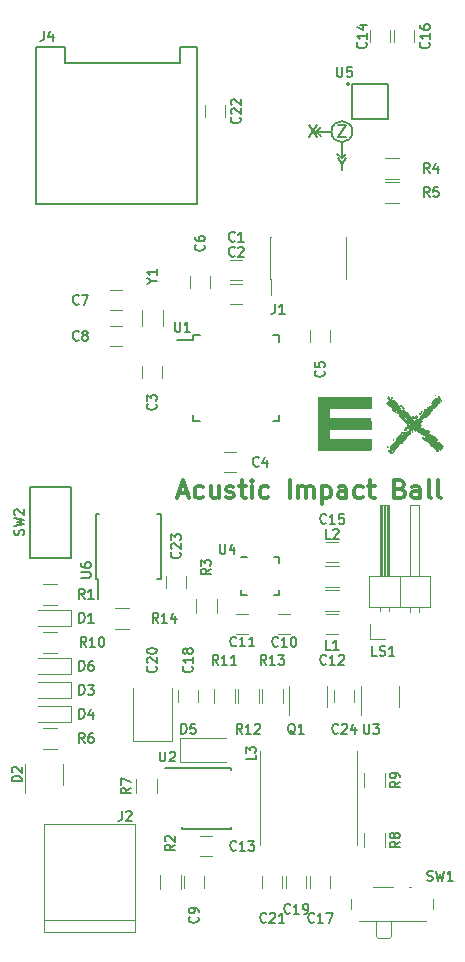
<source format=gto>
G04 #@! TF.FileFunction,Legend,Top*
%FSLAX46Y46*%
G04 Gerber Fmt 4.6, Leading zero omitted, Abs format (unit mm)*
G04 Created by KiCad (PCBNEW 4.0.7-e2-6376~61~ubuntu18.04.1) date Fri Jan 24 00:19:11 2020*
%MOMM*%
%LPD*%
G01*
G04 APERTURE LIST*
%ADD10C,0.100000*%
%ADD11C,0.304800*%
%ADD12C,0.150000*%
%ADD13C,0.120000*%
%ADD14C,0.152400*%
%ADD15C,0.010000*%
G04 APERTURE END LIST*
D10*
D11*
X14469143Y-43254000D02*
X15194857Y-43254000D01*
X14324000Y-43689429D02*
X14832000Y-42165429D01*
X15340000Y-43689429D01*
X16501143Y-43616857D02*
X16356000Y-43689429D01*
X16065714Y-43689429D01*
X15920572Y-43616857D01*
X15848000Y-43544286D01*
X15775429Y-43399143D01*
X15775429Y-42963714D01*
X15848000Y-42818571D01*
X15920572Y-42746000D01*
X16065714Y-42673429D01*
X16356000Y-42673429D01*
X16501143Y-42746000D01*
X17807429Y-42673429D02*
X17807429Y-43689429D01*
X17154286Y-42673429D02*
X17154286Y-43471714D01*
X17226858Y-43616857D01*
X17372000Y-43689429D01*
X17589715Y-43689429D01*
X17734858Y-43616857D01*
X17807429Y-43544286D01*
X18460572Y-43616857D02*
X18605715Y-43689429D01*
X18896000Y-43689429D01*
X19041143Y-43616857D01*
X19113715Y-43471714D01*
X19113715Y-43399143D01*
X19041143Y-43254000D01*
X18896000Y-43181429D01*
X18678286Y-43181429D01*
X18533143Y-43108857D01*
X18460572Y-42963714D01*
X18460572Y-42891143D01*
X18533143Y-42746000D01*
X18678286Y-42673429D01*
X18896000Y-42673429D01*
X19041143Y-42746000D01*
X19549143Y-42673429D02*
X20129714Y-42673429D01*
X19766857Y-42165429D02*
X19766857Y-43471714D01*
X19839429Y-43616857D01*
X19984571Y-43689429D01*
X20129714Y-43689429D01*
X20637714Y-43689429D02*
X20637714Y-42673429D01*
X20637714Y-42165429D02*
X20565143Y-42238000D01*
X20637714Y-42310571D01*
X20710286Y-42238000D01*
X20637714Y-42165429D01*
X20637714Y-42310571D01*
X22016571Y-43616857D02*
X21871428Y-43689429D01*
X21581142Y-43689429D01*
X21436000Y-43616857D01*
X21363428Y-43544286D01*
X21290857Y-43399143D01*
X21290857Y-42963714D01*
X21363428Y-42818571D01*
X21436000Y-42746000D01*
X21581142Y-42673429D01*
X21871428Y-42673429D01*
X22016571Y-42746000D01*
X23830857Y-43689429D02*
X23830857Y-42165429D01*
X24556571Y-43689429D02*
X24556571Y-42673429D01*
X24556571Y-42818571D02*
X24629143Y-42746000D01*
X24774285Y-42673429D01*
X24992000Y-42673429D01*
X25137143Y-42746000D01*
X25209714Y-42891143D01*
X25209714Y-43689429D01*
X25209714Y-42891143D02*
X25282285Y-42746000D01*
X25427428Y-42673429D01*
X25645143Y-42673429D01*
X25790285Y-42746000D01*
X25862857Y-42891143D01*
X25862857Y-43689429D01*
X26588571Y-42673429D02*
X26588571Y-44197429D01*
X26588571Y-42746000D02*
X26733714Y-42673429D01*
X27024000Y-42673429D01*
X27169143Y-42746000D01*
X27241714Y-42818571D01*
X27314285Y-42963714D01*
X27314285Y-43399143D01*
X27241714Y-43544286D01*
X27169143Y-43616857D01*
X27024000Y-43689429D01*
X26733714Y-43689429D01*
X26588571Y-43616857D01*
X28620571Y-43689429D02*
X28620571Y-42891143D01*
X28548000Y-42746000D01*
X28402857Y-42673429D01*
X28112571Y-42673429D01*
X27967428Y-42746000D01*
X28620571Y-43616857D02*
X28475428Y-43689429D01*
X28112571Y-43689429D01*
X27967428Y-43616857D01*
X27894857Y-43471714D01*
X27894857Y-43326571D01*
X27967428Y-43181429D01*
X28112571Y-43108857D01*
X28475428Y-43108857D01*
X28620571Y-43036286D01*
X29999428Y-43616857D02*
X29854285Y-43689429D01*
X29563999Y-43689429D01*
X29418857Y-43616857D01*
X29346285Y-43544286D01*
X29273714Y-43399143D01*
X29273714Y-42963714D01*
X29346285Y-42818571D01*
X29418857Y-42746000D01*
X29563999Y-42673429D01*
X29854285Y-42673429D01*
X29999428Y-42746000D01*
X30434857Y-42673429D02*
X31015428Y-42673429D01*
X30652571Y-42165429D02*
X30652571Y-43471714D01*
X30725143Y-43616857D01*
X30870285Y-43689429D01*
X31015428Y-43689429D01*
X33192571Y-42891143D02*
X33410285Y-42963714D01*
X33482857Y-43036286D01*
X33555428Y-43181429D01*
X33555428Y-43399143D01*
X33482857Y-43544286D01*
X33410285Y-43616857D01*
X33265143Y-43689429D01*
X32684571Y-43689429D01*
X32684571Y-42165429D01*
X33192571Y-42165429D01*
X33337714Y-42238000D01*
X33410285Y-42310571D01*
X33482857Y-42455714D01*
X33482857Y-42600857D01*
X33410285Y-42746000D01*
X33337714Y-42818571D01*
X33192571Y-42891143D01*
X32684571Y-42891143D01*
X34861714Y-43689429D02*
X34861714Y-42891143D01*
X34789143Y-42746000D01*
X34644000Y-42673429D01*
X34353714Y-42673429D01*
X34208571Y-42746000D01*
X34861714Y-43616857D02*
X34716571Y-43689429D01*
X34353714Y-43689429D01*
X34208571Y-43616857D01*
X34136000Y-43471714D01*
X34136000Y-43326571D01*
X34208571Y-43181429D01*
X34353714Y-43108857D01*
X34716571Y-43108857D01*
X34861714Y-43036286D01*
X35805142Y-43689429D02*
X35660000Y-43616857D01*
X35587428Y-43471714D01*
X35587428Y-42165429D01*
X36603428Y-43689429D02*
X36458286Y-43616857D01*
X36385714Y-43471714D01*
X36385714Y-42165429D01*
D12*
X22961000Y-48667000D02*
X22961000Y-49167000D01*
X19711000Y-51917000D02*
X19711000Y-51417000D01*
X22961000Y-51917000D02*
X22961000Y-51417000D01*
X19711000Y-48667000D02*
X20211000Y-48667000D01*
X19711000Y-51917000D02*
X20211000Y-51917000D01*
X22961000Y-51917000D02*
X22461000Y-51917000D01*
X22961000Y-48667000D02*
X22461000Y-48667000D01*
D13*
X3008000Y-79434000D02*
X10708000Y-79434000D01*
X3008000Y-80434000D02*
X10708000Y-80434000D01*
X10708000Y-80434000D02*
X10708000Y-71234000D01*
X10708000Y-71234000D02*
X3008000Y-71234000D01*
X3008000Y-71234000D02*
X3008000Y-80434000D01*
X14564000Y-64024000D02*
X14564000Y-66024000D01*
X14564000Y-66024000D02*
X18414000Y-66024000D01*
X14564000Y-64024000D02*
X18414000Y-64024000D01*
D14*
X26089000Y-12651000D02*
X26470000Y-12270000D01*
X26089000Y-12651000D02*
X26470000Y-13032000D01*
X27359000Y-12651000D02*
X26089000Y-12651000D01*
X29137000Y-12651000D02*
G75*
G03X29137000Y-12651000I-889000J0D01*
G01*
X28883000Y-8587000D02*
G75*
G03X28883000Y-8587000I-127000J0D01*
G01*
X29137000Y-11587000D02*
X29137000Y-8587000D01*
X32137000Y-11587000D02*
X29137000Y-11587000D01*
X32137000Y-8587000D02*
X32137000Y-11587000D01*
X29137000Y-8587000D02*
X32137000Y-8587000D01*
X28258523Y-14899121D02*
X28639523Y-14518121D01*
X28258523Y-14899121D02*
X27877523Y-14518121D01*
X28248000Y-14810000D02*
X28248000Y-13540000D01*
D12*
X14689000Y-66513000D02*
X14689000Y-66563000D01*
X18839000Y-66513000D02*
X18839000Y-66658000D01*
X18839000Y-71663000D02*
X18839000Y-71518000D01*
X14689000Y-71663000D02*
X14689000Y-71518000D01*
X14689000Y-66513000D02*
X18839000Y-66513000D01*
X14689000Y-71663000D02*
X18839000Y-71663000D01*
X14689000Y-66563000D02*
X13289000Y-66563000D01*
D13*
X11317000Y-27773000D02*
X11317000Y-29123000D01*
X13067000Y-27773000D02*
X13067000Y-29123000D01*
X29500000Y-65088000D02*
X29500000Y-73088000D01*
X21300000Y-65088000D02*
X21300000Y-73088000D01*
X19804000Y-23534000D02*
X18804000Y-23534000D01*
X18804000Y-25234000D02*
X19804000Y-25234000D01*
X19804000Y-25566000D02*
X18804000Y-25566000D01*
X18804000Y-27266000D02*
X19804000Y-27266000D01*
X11342000Y-32520000D02*
X11342000Y-33520000D01*
X13042000Y-33520000D02*
X13042000Y-32520000D01*
X19296000Y-39790000D02*
X18296000Y-39790000D01*
X18296000Y-41490000D02*
X19296000Y-41490000D01*
X27266000Y-30472000D02*
X27266000Y-29472000D01*
X25566000Y-29472000D02*
X25566000Y-30472000D01*
X15406000Y-24900000D02*
X15406000Y-25900000D01*
X17106000Y-25900000D02*
X17106000Y-24900000D01*
X8644000Y-27774000D02*
X9644000Y-27774000D01*
X9644000Y-26074000D02*
X8644000Y-26074000D01*
X8644000Y-30822000D02*
X9644000Y-30822000D01*
X9644000Y-29122000D02*
X8644000Y-29122000D01*
X14898000Y-75700000D02*
X14898000Y-76700000D01*
X16598000Y-76700000D02*
X16598000Y-75700000D01*
X23868000Y-53506000D02*
X22868000Y-53506000D01*
X22868000Y-55206000D02*
X23868000Y-55206000D01*
X19312000Y-55206000D02*
X20312000Y-55206000D01*
X20312000Y-53506000D02*
X19312000Y-53506000D01*
X26932000Y-55206000D02*
X27932000Y-55206000D01*
X27932000Y-53506000D02*
X26932000Y-53506000D01*
X16264000Y-74002000D02*
X17264000Y-74002000D01*
X17264000Y-72302000D02*
X16264000Y-72302000D01*
X30646000Y-4072000D02*
X30646000Y-5072000D01*
X32346000Y-5072000D02*
X32346000Y-4072000D01*
X26932000Y-49110000D02*
X27932000Y-49110000D01*
X27932000Y-47410000D02*
X26932000Y-47410000D01*
X32678000Y-4072000D02*
X32678000Y-5072000D01*
X34378000Y-5072000D02*
X34378000Y-4072000D01*
X27266000Y-76700000D02*
X27266000Y-75700000D01*
X25566000Y-75700000D02*
X25566000Y-76700000D01*
X14390000Y-59952000D02*
X14390000Y-60952000D01*
X16090000Y-60952000D02*
X16090000Y-59952000D01*
X25234000Y-76700000D02*
X25234000Y-75700000D01*
X23534000Y-75700000D02*
X23534000Y-76700000D01*
X10542000Y-64268000D02*
X10542000Y-59718000D01*
X13842000Y-64268000D02*
X13842000Y-59718000D01*
X10542000Y-64268000D02*
X13842000Y-64268000D01*
X23202000Y-76700000D02*
X23202000Y-75700000D01*
X21502000Y-75700000D02*
X21502000Y-76700000D01*
X16676000Y-10422000D02*
X16676000Y-11422000D01*
X18376000Y-11422000D02*
X18376000Y-10422000D01*
X15074000Y-51300000D02*
X15074000Y-50300000D01*
X13374000Y-50300000D02*
X13374000Y-51300000D01*
X29298000Y-60952000D02*
X29298000Y-59952000D01*
X27598000Y-59952000D02*
X27598000Y-60952000D01*
X5356000Y-54548000D02*
X5356000Y-53148000D01*
X5356000Y-53148000D02*
X2556000Y-53148000D01*
X5356000Y-54548000D02*
X2556000Y-54548000D01*
X5356000Y-60644000D02*
X5356000Y-59244000D01*
X5356000Y-59244000D02*
X2556000Y-59244000D01*
X5356000Y-60644000D02*
X2556000Y-60644000D01*
X5356000Y-62676000D02*
X5356000Y-61276000D01*
X5356000Y-61276000D02*
X2556000Y-61276000D01*
X5356000Y-62676000D02*
X2556000Y-62676000D01*
X5356000Y-58612000D02*
X5356000Y-57212000D01*
X5356000Y-57212000D02*
X2556000Y-57212000D01*
X5356000Y-58612000D02*
X2556000Y-58612000D01*
X22165000Y-25133000D02*
X22165000Y-21603000D01*
X28635000Y-25133000D02*
X28635000Y-21603000D01*
X22230000Y-26458000D02*
X22230000Y-25133000D01*
X22165000Y-25133000D02*
X22230000Y-25133000D01*
X22165000Y-21603000D02*
X22230000Y-21603000D01*
X28570000Y-25133000D02*
X28635000Y-25133000D01*
X28570000Y-21603000D02*
X28635000Y-21603000D01*
X28032000Y-53204000D02*
X26832000Y-53204000D01*
X26832000Y-51444000D02*
X28032000Y-51444000D01*
X28032000Y-51172000D02*
X26832000Y-51172000D01*
X26832000Y-49412000D02*
X28032000Y-49412000D01*
X4156000Y-52696000D02*
X2956000Y-52696000D01*
X2956000Y-50936000D02*
X4156000Y-50936000D01*
X14596000Y-75600000D02*
X14596000Y-76800000D01*
X12836000Y-76800000D02*
X12836000Y-75600000D01*
X31912000Y-14868000D02*
X33112000Y-14868000D01*
X33112000Y-16628000D02*
X31912000Y-16628000D01*
X31912000Y-16900000D02*
X33112000Y-16900000D01*
X33112000Y-18660000D02*
X31912000Y-18660000D01*
X4156000Y-64888000D02*
X2956000Y-64888000D01*
X2956000Y-63128000D02*
X4156000Y-63128000D01*
X12564000Y-67472000D02*
X12564000Y-68672000D01*
X10804000Y-68672000D02*
X10804000Y-67472000D01*
X31868000Y-72044000D02*
X31868000Y-73244000D01*
X30108000Y-73244000D02*
X30108000Y-72044000D01*
X31868000Y-66964000D02*
X31868000Y-68164000D01*
X30108000Y-68164000D02*
X30108000Y-66964000D01*
X9052000Y-52968000D02*
X10252000Y-52968000D01*
X10252000Y-54728000D02*
X9052000Y-54728000D01*
X2956000Y-55000000D02*
X4156000Y-55000000D01*
X4156000Y-56760000D02*
X2956000Y-56760000D01*
X19168000Y-59852000D02*
X19168000Y-61052000D01*
X17408000Y-61052000D02*
X17408000Y-59852000D01*
X21200000Y-59852000D02*
X21200000Y-61052000D01*
X19440000Y-61052000D02*
X19440000Y-59852000D01*
X23232000Y-59852000D02*
X23232000Y-61052000D01*
X21472000Y-61052000D02*
X21472000Y-59852000D01*
X33106000Y-61352000D02*
X33106000Y-59552000D01*
X29886000Y-59552000D02*
X29886000Y-62002000D01*
X4658000Y-67956000D02*
X4658000Y-66156000D01*
X1438000Y-66156000D02*
X1438000Y-68606000D01*
X33912000Y-76604000D02*
X34112000Y-76604000D01*
X31112000Y-80744000D02*
X31312000Y-80954000D01*
X32412000Y-80744000D02*
X32212000Y-80954000D01*
X31112000Y-79454000D02*
X31112000Y-80744000D01*
X31312000Y-80954000D02*
X32212000Y-80954000D01*
X32412000Y-80744000D02*
X32412000Y-79454000D01*
X29662000Y-79454000D02*
X35362000Y-79454000D01*
X30912000Y-76604000D02*
X32612000Y-76604000D01*
X29062000Y-77654000D02*
X29062000Y-78444000D01*
X35962000Y-78444000D02*
X35962000Y-77654000D01*
D12*
X15679000Y-29903000D02*
X15679000Y-30328000D01*
X22929000Y-29903000D02*
X22929000Y-30428000D01*
X22929000Y-37153000D02*
X22929000Y-36628000D01*
X15679000Y-37153000D02*
X15679000Y-36628000D01*
X15679000Y-29903000D02*
X16204000Y-29903000D01*
X15679000Y-37153000D02*
X16204000Y-37153000D01*
X22929000Y-37153000D02*
X22404000Y-37153000D01*
X22929000Y-29903000D02*
X22404000Y-29903000D01*
X15679000Y-30328000D02*
X14304000Y-30328000D01*
D13*
X15884000Y-53432000D02*
X15884000Y-52232000D01*
X17644000Y-52232000D02*
X17644000Y-53432000D01*
D12*
X4794000Y-5460000D02*
X2344000Y-5460000D01*
X4794000Y-6810000D02*
X4794000Y-5460000D01*
X14544000Y-5460000D02*
X15944000Y-5460000D01*
X14544000Y-6810000D02*
X14544000Y-5460000D01*
X15944000Y-18760000D02*
X2344000Y-18760000D01*
X15944000Y-5460000D02*
X15944000Y-18760000D01*
X4794000Y-6810000D02*
X14544000Y-6810000D01*
X2344000Y-18760000D02*
X2344000Y-5460000D01*
D13*
X27010000Y-61352000D02*
X27010000Y-59552000D01*
X23790000Y-59552000D02*
X23790000Y-62002000D01*
X30547000Y-52916000D02*
X35747000Y-52916000D01*
X35747000Y-52916000D02*
X35747000Y-50256000D01*
X35747000Y-50256000D02*
X30547000Y-50256000D01*
X30547000Y-50256000D02*
X30547000Y-52916000D01*
X31497000Y-50256000D02*
X31497000Y-44256000D01*
X31497000Y-44256000D02*
X32257000Y-44256000D01*
X32257000Y-44256000D02*
X32257000Y-50256000D01*
X31557000Y-50256000D02*
X31557000Y-44256000D01*
X31677000Y-50256000D02*
X31677000Y-44256000D01*
X31797000Y-50256000D02*
X31797000Y-44256000D01*
X31917000Y-50256000D02*
X31917000Y-44256000D01*
X32037000Y-50256000D02*
X32037000Y-44256000D01*
X32157000Y-50256000D02*
X32157000Y-44256000D01*
X31497000Y-53246000D02*
X31497000Y-52916000D01*
X32257000Y-53246000D02*
X32257000Y-52916000D01*
X33147000Y-52916000D02*
X33147000Y-50256000D01*
X34037000Y-50256000D02*
X34037000Y-44256000D01*
X34037000Y-44256000D02*
X34797000Y-44256000D01*
X34797000Y-44256000D02*
X34797000Y-50256000D01*
X34037000Y-53313071D02*
X34037000Y-52916000D01*
X34797000Y-53313071D02*
X34797000Y-52916000D01*
X31877000Y-55626000D02*
X30607000Y-55626000D01*
X30607000Y-55626000D02*
X30607000Y-54356000D01*
D12*
X7405000Y-50502000D02*
X7610000Y-50502000D01*
X7405000Y-45002000D02*
X7705000Y-45002000D01*
X12915000Y-45002000D02*
X12615000Y-45002000D01*
X12915000Y-50502000D02*
X12615000Y-50502000D01*
X7405000Y-50502000D02*
X7405000Y-45002000D01*
X12915000Y-50502000D02*
X12915000Y-45002000D01*
X7610000Y-50502000D02*
X7610000Y-52252000D01*
D15*
G36*
X32213481Y-35129446D02*
X32255448Y-35208930D01*
X32319749Y-35246906D01*
X32377996Y-35277551D01*
X32403089Y-35311257D01*
X32403111Y-35312083D01*
X32425503Y-35369810D01*
X32479181Y-35394696D01*
X32540881Y-35378871D01*
X32578446Y-35362576D01*
X32615469Y-35371410D01*
X32666626Y-35411891D01*
X32710212Y-35454083D01*
X32769364Y-35517741D01*
X32805172Y-35565878D01*
X32810614Y-35583671D01*
X32824948Y-35608750D01*
X32874139Y-35652369D01*
X32913403Y-35681255D01*
X32998743Y-35757665D01*
X33067869Y-35850971D01*
X33111187Y-35944911D01*
X33119103Y-36023224D01*
X33118003Y-36028009D01*
X33131549Y-36087711D01*
X33196849Y-36158073D01*
X33271202Y-36209751D01*
X33340949Y-36225694D01*
X33394049Y-36221867D01*
X33465617Y-36218630D01*
X33518379Y-36239799D01*
X33576635Y-36295853D01*
X33583519Y-36303579D01*
X33640955Y-36361389D01*
X33686898Y-36395466D01*
X33698925Y-36399334D01*
X33728261Y-36418098D01*
X33729555Y-36425654D01*
X33752560Y-36455464D01*
X33778944Y-36468264D01*
X33828515Y-36501727D01*
X33881662Y-36560784D01*
X33884777Y-36565154D01*
X33936721Y-36632937D01*
X34007466Y-36717625D01*
X34050226Y-36766024D01*
X34123371Y-36835701D01*
X34171018Y-36855751D01*
X34192510Y-36826282D01*
X34187189Y-36747405D01*
X34186410Y-36743231D01*
X34179949Y-36692343D01*
X34194580Y-36687941D01*
X34218895Y-36706178D01*
X34259837Y-36767638D01*
X34258808Y-36835178D01*
X34238896Y-36866482D01*
X34226432Y-36909719D01*
X34227115Y-36989525D01*
X34232142Y-37034076D01*
X34255889Y-37133695D01*
X34292979Y-37178857D01*
X34346769Y-37170617D01*
X34395354Y-37130759D01*
X34463333Y-37130759D01*
X34480333Y-37159359D01*
X34540023Y-37187315D01*
X34540058Y-37187328D01*
X34537232Y-37167954D01*
X34534918Y-37161334D01*
X34632666Y-37161334D01*
X34642992Y-37184564D01*
X34651481Y-37180148D01*
X34654859Y-37146655D01*
X34651481Y-37142519D01*
X34634703Y-37146393D01*
X34632666Y-37161334D01*
X34534918Y-37161334D01*
X34529983Y-37147222D01*
X34502499Y-37111590D01*
X34473142Y-37107881D01*
X34463333Y-37130759D01*
X34395354Y-37130759D01*
X34420618Y-37110034D01*
X34432924Y-37097250D01*
X34500994Y-37035608D01*
X34559603Y-37012621D01*
X34603876Y-37014119D01*
X34664868Y-37012193D01*
X34724470Y-36980573D01*
X34788359Y-36922856D01*
X34846909Y-36854143D01*
X34875892Y-36798528D01*
X34876180Y-36779604D01*
X34884270Y-36734016D01*
X34913470Y-36702659D01*
X34959055Y-36661900D01*
X35024351Y-36593219D01*
X35083323Y-36525498D01*
X35147957Y-36443405D01*
X35156712Y-36427556D01*
X35564000Y-36427556D01*
X35573629Y-36455044D01*
X35576445Y-36455778D01*
X35600540Y-36436002D01*
X35606333Y-36427556D01*
X35604095Y-36401549D01*
X35593887Y-36399334D01*
X35565148Y-36419820D01*
X35564000Y-36427556D01*
X35156712Y-36427556D01*
X35180827Y-36383902D01*
X35189442Y-36329038D01*
X35184895Y-36282684D01*
X35183391Y-36197358D01*
X35216669Y-36143065D01*
X35293686Y-36109023D01*
X35337617Y-36098888D01*
X35414625Y-36067185D01*
X35444764Y-36025446D01*
X35470931Y-35993164D01*
X35713821Y-35993164D01*
X35718549Y-36003134D01*
X35747466Y-36019919D01*
X35779375Y-36001144D01*
X35803862Y-35961404D01*
X35790973Y-35937685D01*
X35752118Y-35926800D01*
X35719449Y-35951574D01*
X35713821Y-35993164D01*
X35470931Y-35993164D01*
X35477002Y-35985675D01*
X35545251Y-35937561D01*
X35632129Y-35891077D01*
X35720258Y-35856196D01*
X35755903Y-35846900D01*
X35820367Y-35814973D01*
X35862713Y-35760418D01*
X35875019Y-35700797D01*
X35849365Y-35653672D01*
X35844533Y-35650401D01*
X35838095Y-35630216D01*
X36251758Y-35630216D01*
X36260915Y-35647508D01*
X36302611Y-35663551D01*
X36335344Y-35625415D01*
X36336206Y-35623222D01*
X36332148Y-35586763D01*
X36312668Y-35580889D01*
X36267031Y-35596683D01*
X36251758Y-35630216D01*
X35838095Y-35630216D01*
X35835442Y-35621902D01*
X35856648Y-35599346D01*
X35893477Y-35546773D01*
X35907725Y-35498354D01*
X35941256Y-35431353D01*
X35999967Y-35383988D01*
X36074828Y-35324737D01*
X36129942Y-35254856D01*
X36173301Y-35197029D01*
X36229917Y-35175864D01*
X36278544Y-35174794D01*
X36351165Y-35169833D01*
X36390041Y-35141196D01*
X36407396Y-35104238D01*
X36426907Y-35065188D01*
X36436532Y-35074444D01*
X36436660Y-35076502D01*
X36460150Y-35126519D01*
X36497919Y-35161644D01*
X36546663Y-35222614D01*
X36579165Y-35322382D01*
X36579740Y-35325471D01*
X36602531Y-35450103D01*
X36330210Y-35741966D01*
X36206876Y-35870801D01*
X36111690Y-35961706D01*
X36037473Y-36020779D01*
X35977050Y-36054113D01*
X35953247Y-36062126D01*
X35863457Y-36095505D01*
X35827265Y-36134335D01*
X35841864Y-36182000D01*
X35847627Y-36189359D01*
X35857389Y-36215003D01*
X35844598Y-36250997D01*
X35803810Y-36305434D01*
X35729586Y-36386409D01*
X35682453Y-36435068D01*
X35587694Y-36533511D01*
X35499389Y-36627961D01*
X35430783Y-36704139D01*
X35407265Y-36731817D01*
X35342027Y-36795536D01*
X35288089Y-36809988D01*
X35280152Y-36808040D01*
X35222315Y-36816915D01*
X35138419Y-36873097D01*
X35108370Y-36898890D01*
X35013255Y-36984833D01*
X34949418Y-37047162D01*
X34905450Y-37099188D01*
X34869939Y-37154224D01*
X34836302Y-37216336D01*
X34771827Y-37339654D01*
X34846525Y-37417622D01*
X34893688Y-37471956D01*
X34905156Y-37512889D01*
X34885945Y-37566119D01*
X34878471Y-37581287D01*
X34852482Y-37643777D01*
X34856553Y-37680055D01*
X34874938Y-37699533D01*
X34930878Y-37718374D01*
X34983008Y-37714800D01*
X35037524Y-37713419D01*
X35089830Y-37746277D01*
X35131541Y-37790842D01*
X35197861Y-37850311D01*
X35292982Y-37902572D01*
X35426392Y-37951937D01*
X35584690Y-37996846D01*
X35606091Y-38022481D01*
X35595808Y-38061848D01*
X35563304Y-38090045D01*
X35548271Y-38092667D01*
X35503150Y-38070780D01*
X35486028Y-38049188D01*
X35442479Y-38019749D01*
X35414070Y-38023985D01*
X35370399Y-38058094D01*
X35373874Y-38102281D01*
X35417930Y-38149269D01*
X35496002Y-38191780D01*
X35591309Y-38220488D01*
X35680441Y-38256145D01*
X35759376Y-38313681D01*
X35760643Y-38314981D01*
X35837513Y-38371062D01*
X35910828Y-38379963D01*
X35960755Y-38383077D01*
X36013891Y-38409578D01*
X36082456Y-38467164D01*
X36141212Y-38525035D01*
X36217304Y-38603715D01*
X36259564Y-38655206D01*
X36273995Y-38692312D01*
X36266600Y-38727833D01*
X36251175Y-38759528D01*
X36225908Y-38818223D01*
X36234369Y-38855399D01*
X36273007Y-38891359D01*
X36343104Y-38926219D01*
X36395235Y-38928076D01*
X36438337Y-38932067D01*
X36499102Y-38965819D01*
X36585238Y-39034260D01*
X36646377Y-39088617D01*
X36838826Y-39263889D01*
X36736550Y-39382532D01*
X36661484Y-39458135D01*
X36606825Y-39485777D01*
X36588126Y-39483465D01*
X36555444Y-39480612D01*
X36559756Y-39512086D01*
X36568616Y-39561532D01*
X36550136Y-39573549D01*
X36516351Y-39551152D01*
X36479294Y-39497355D01*
X36476256Y-39491171D01*
X36428172Y-39416727D01*
X36381155Y-39391375D01*
X36340826Y-39418022D01*
X36339344Y-39420352D01*
X36340357Y-39462521D01*
X36368045Y-39521410D01*
X36398501Y-39593817D01*
X36391035Y-39648835D01*
X36347943Y-39672923D01*
X36342324Y-39673111D01*
X36257251Y-39653723D01*
X36182008Y-39605459D01*
X36139357Y-39543170D01*
X36138535Y-39540141D01*
X36101866Y-39481639D01*
X36032091Y-39426022D01*
X36019267Y-39418804D01*
X35925503Y-39359953D01*
X35838573Y-39290130D01*
X35792086Y-39242596D01*
X36134122Y-39242596D01*
X36147259Y-39259185D01*
X36192460Y-39278180D01*
X36231856Y-39261858D01*
X36241333Y-39235667D01*
X36227860Y-39215925D01*
X36472972Y-39215925D01*
X36495978Y-39257454D01*
X36531970Y-39294246D01*
X36582164Y-39347526D01*
X36607486Y-39387592D01*
X36608222Y-39392031D01*
X36631098Y-39416062D01*
X36650555Y-39419111D01*
X36686123Y-39396056D01*
X36692456Y-39369722D01*
X36673969Y-39295171D01*
X36613565Y-39242676D01*
X36568456Y-39222532D01*
X36497542Y-39203477D01*
X36472972Y-39215925D01*
X36227860Y-39215925D01*
X36217804Y-39201191D01*
X36184889Y-39193334D01*
X36135722Y-39207457D01*
X36134122Y-39242596D01*
X35792086Y-39242596D01*
X35771120Y-39221159D01*
X35735790Y-39164866D01*
X35733333Y-39151398D01*
X35724420Y-39129450D01*
X35877090Y-39129450D01*
X35885186Y-39156850D01*
X35915636Y-39181328D01*
X35980895Y-39211851D01*
X36025341Y-39195509D01*
X36035338Y-39176317D01*
X36027351Y-39134572D01*
X36003549Y-39093415D01*
X35970180Y-39055711D01*
X35941483Y-39061254D01*
X35911447Y-39089225D01*
X35877090Y-39129450D01*
X35724420Y-39129450D01*
X35717978Y-39113590D01*
X35704654Y-39108667D01*
X35675214Y-39085574D01*
X35638129Y-39028306D01*
X35629173Y-39010521D01*
X35581681Y-38938909D01*
X35510395Y-38891429D01*
X35451917Y-38869046D01*
X35427883Y-38857533D01*
X35767468Y-38857533D01*
X35776547Y-38902839D01*
X35795024Y-38938192D01*
X35806056Y-38920782D01*
X35810751Y-38901847D01*
X35813349Y-38850550D01*
X35807294Y-38835852D01*
X35996740Y-38835852D01*
X36000614Y-38852630D01*
X36015555Y-38854667D01*
X36038785Y-38844341D01*
X36034370Y-38835852D01*
X36000877Y-38832474D01*
X35996740Y-38835852D01*
X35807294Y-38835852D01*
X35806383Y-38833643D01*
X35779497Y-38826916D01*
X35767468Y-38857533D01*
X35427883Y-38857533D01*
X35386989Y-38837944D01*
X35309479Y-38787015D01*
X35228404Y-38724394D01*
X35152780Y-38658215D01*
X35151684Y-38657111D01*
X35606333Y-38657111D01*
X35608571Y-38683118D01*
X35618778Y-38685334D01*
X35647518Y-38664847D01*
X35648666Y-38657111D01*
X35639037Y-38629623D01*
X35636221Y-38628889D01*
X35612125Y-38648665D01*
X35606333Y-38657111D01*
X35151684Y-38657111D01*
X35091623Y-38596612D01*
X35053951Y-38547720D01*
X35048781Y-38519671D01*
X35060564Y-38516000D01*
X35115153Y-38536172D01*
X35141797Y-38559695D01*
X35193787Y-38590897D01*
X35253696Y-38590246D01*
X35296904Y-38560309D01*
X35303640Y-38542801D01*
X35293989Y-38493171D01*
X35259710Y-38423186D01*
X35245998Y-38401690D01*
X35188622Y-38334002D01*
X35127792Y-38306846D01*
X35092531Y-38304334D01*
X35011777Y-38286013D01*
X34928856Y-38225502D01*
X34908642Y-38205556D01*
X34831925Y-38135940D01*
X34753862Y-38078549D01*
X34729513Y-38064445D01*
X34660882Y-38021738D01*
X34613793Y-37979778D01*
X34570031Y-37922850D01*
X34538291Y-37881000D01*
X34507786Y-37845702D01*
X34488168Y-37852045D01*
X34464645Y-37905592D01*
X34463249Y-37909222D01*
X34430726Y-37993889D01*
X34378700Y-37930011D01*
X34336809Y-37872165D01*
X34315518Y-37832665D01*
X34287688Y-37821085D01*
X34232976Y-37841557D01*
X34164277Y-37886084D01*
X34094486Y-37946673D01*
X34049246Y-37997764D01*
X34007574Y-38057914D01*
X33999923Y-38094931D01*
X34022582Y-38127659D01*
X34023486Y-38128566D01*
X34049546Y-38164872D01*
X34033963Y-38198325D01*
X34012318Y-38219178D01*
X33961678Y-38249225D01*
X33928836Y-38248955D01*
X33898387Y-38257595D01*
X33872395Y-38299787D01*
X33828458Y-38369763D01*
X33781026Y-38414707D01*
X33733056Y-38460459D01*
X33715745Y-38497758D01*
X33697467Y-38534559D01*
X33649053Y-38599827D01*
X33579688Y-38681533D01*
X33553166Y-38710700D01*
X33474768Y-38793956D01*
X33426554Y-38839483D01*
X33401338Y-38851855D01*
X33391933Y-38835644D01*
X33390889Y-38813942D01*
X33379574Y-38754530D01*
X33347725Y-38747438D01*
X33305782Y-38784641D01*
X33285988Y-38826137D01*
X33309209Y-38870331D01*
X33317150Y-38879372D01*
X33348459Y-38921270D01*
X33339036Y-38950532D01*
X33316808Y-38970565D01*
X33265632Y-39005233D01*
X33185024Y-39052003D01*
X33126257Y-39083273D01*
X33039290Y-39133309D01*
X32989486Y-39181303D01*
X32960931Y-39244417D01*
X32954105Y-39268961D01*
X32923183Y-39342774D01*
X32861488Y-39435339D01*
X32764194Y-39553333D01*
X32685830Y-39640078D01*
X32593359Y-39738519D01*
X32514371Y-39819735D01*
X32456789Y-39875783D01*
X32428533Y-39898720D01*
X32427698Y-39898889D01*
X32399896Y-39879387D01*
X32349778Y-39829646D01*
X32316730Y-39793056D01*
X32268036Y-39742308D01*
X32381422Y-39742308D01*
X32416574Y-39758313D01*
X32452500Y-39763894D01*
X32521417Y-39766278D01*
X32558263Y-39741176D01*
X32581326Y-39674924D01*
X32583449Y-39666056D01*
X32584960Y-39605782D01*
X32554416Y-39588421D01*
X32496896Y-39614379D01*
X32446898Y-39655181D01*
X32391700Y-39711224D01*
X32381422Y-39742308D01*
X32268036Y-39742308D01*
X32253793Y-39727465D01*
X32198730Y-39681110D01*
X32179751Y-39670232D01*
X32153603Y-39654402D01*
X32178486Y-39638534D01*
X32191444Y-39633922D01*
X32238148Y-39602386D01*
X32287492Y-39547221D01*
X32328606Y-39484713D01*
X32350619Y-39431147D01*
X32344961Y-39403946D01*
X32319600Y-39361567D01*
X32342369Y-39294360D01*
X32413769Y-39200888D01*
X32417222Y-39197050D01*
X32473400Y-39129260D01*
X32509181Y-39075308D01*
X32516000Y-39056333D01*
X32539203Y-39027196D01*
X32598918Y-38985540D01*
X32653720Y-38955163D01*
X32734631Y-38910370D01*
X32778715Y-38868951D01*
X32800908Y-38811781D01*
X32811212Y-38753524D01*
X32830428Y-38643036D01*
X32847636Y-38585646D01*
X33136889Y-38585646D01*
X33155680Y-38622430D01*
X33199142Y-38623587D01*
X33247904Y-38588797D01*
X33248990Y-38587505D01*
X33273403Y-38540813D01*
X33273612Y-38520381D01*
X33244924Y-38506551D01*
X33197552Y-38520474D01*
X33154065Y-38551376D01*
X33136889Y-38585646D01*
X32847636Y-38585646D01*
X32849807Y-38578407D01*
X32873534Y-38549193D01*
X32895100Y-38544222D01*
X32939038Y-38523704D01*
X32993053Y-38475728D01*
X33037245Y-38420667D01*
X33052222Y-38383371D01*
X33073547Y-38347240D01*
X33118448Y-38309766D01*
X33177468Y-38251716D01*
X33219891Y-38181351D01*
X33268808Y-38112544D01*
X33339379Y-38065920D01*
X33413095Y-38049989D01*
X33465970Y-38068201D01*
X33489845Y-38109440D01*
X33468766Y-38143612D01*
X33414173Y-38161297D01*
X33357049Y-38157866D01*
X33300514Y-38149580D01*
X33281570Y-38165690D01*
X33288738Y-38220154D01*
X33292252Y-38236675D01*
X33310385Y-38312205D01*
X33328994Y-38339090D01*
X33360053Y-38323943D01*
X33394344Y-38293060D01*
X33446481Y-38251099D01*
X33482007Y-38233778D01*
X33513287Y-38214854D01*
X33568366Y-38166128D01*
X33613427Y-38120889D01*
X33683896Y-38057590D01*
X33749179Y-38016628D01*
X33780029Y-38008000D01*
X33841234Y-37983982D01*
X33895989Y-37926122D01*
X33925749Y-37855708D01*
X33927111Y-37839176D01*
X33905280Y-37791340D01*
X33870666Y-37760550D01*
X33826431Y-37720772D01*
X33814222Y-37693372D01*
X33794000Y-37652121D01*
X33782773Y-37641111D01*
X34054111Y-37641111D01*
X34060509Y-37665272D01*
X34080667Y-37669334D01*
X34119281Y-37654599D01*
X34124666Y-37641111D01*
X34104410Y-37613697D01*
X34098110Y-37612889D01*
X34059887Y-37633404D01*
X34054111Y-37641111D01*
X33782773Y-37641111D01*
X33764833Y-37623520D01*
X33733072Y-37593702D01*
X33749560Y-37576878D01*
X33780072Y-37567433D01*
X33824579Y-37549537D01*
X33819603Y-37522950D01*
X33800559Y-37500495D01*
X33771563Y-37446862D01*
X33771407Y-37412359D01*
X33756878Y-37380277D01*
X33706677Y-37317939D01*
X33683598Y-37292917D01*
X33829704Y-37292917D01*
X33830885Y-37369338D01*
X33865986Y-37428849D01*
X33921912Y-37457620D01*
X33976111Y-37447540D01*
X34021204Y-37434124D01*
X34051723Y-37463138D01*
X34063611Y-37487040D01*
X34094393Y-37532341D01*
X34129169Y-37558908D01*
X34151238Y-37555607D01*
X34152889Y-37546545D01*
X34142337Y-37500187D01*
X34117635Y-37438291D01*
X34089211Y-37383618D01*
X34067492Y-37358931D01*
X34066915Y-37358889D01*
X34032162Y-37341329D01*
X33977543Y-37298098D01*
X33966777Y-37288334D01*
X33902484Y-37234585D01*
X33864138Y-37223717D01*
X33840549Y-37256104D01*
X33829704Y-37292917D01*
X33683598Y-37292917D01*
X33627628Y-37232235D01*
X33526558Y-37130056D01*
X33410292Y-37018294D01*
X33285655Y-36903839D01*
X33210511Y-36838179D01*
X33503777Y-36838179D01*
X33523906Y-36899688D01*
X33571913Y-36969133D01*
X33629233Y-37022632D01*
X33658027Y-37036611D01*
X33724025Y-37072659D01*
X33773030Y-37124704D01*
X33812794Y-37171017D01*
X33844875Y-37169358D01*
X33851714Y-37163353D01*
X33867870Y-37124008D01*
X33845705Y-37063872D01*
X33842031Y-37057290D01*
X33792268Y-36992136D01*
X33744096Y-36952455D01*
X33680186Y-36903988D01*
X33650773Y-36872056D01*
X33609863Y-36840724D01*
X33557033Y-36822807D01*
X33514864Y-36823511D01*
X33503777Y-36838179D01*
X33210511Y-36838179D01*
X33159472Y-36793582D01*
X33153479Y-36788501D01*
X33071292Y-36718930D01*
X33124957Y-36665265D01*
X33400033Y-36665265D01*
X33430870Y-36681556D01*
X33469747Y-36658832D01*
X33475555Y-36636871D01*
X33459146Y-36603955D01*
X33442041Y-36603357D01*
X33404772Y-36631448D01*
X33400033Y-36665265D01*
X33124957Y-36665265D01*
X33132312Y-36657910D01*
X33168937Y-36614704D01*
X33162592Y-36597899D01*
X33151000Y-36596889D01*
X33113442Y-36581677D01*
X33108666Y-36568719D01*
X33086553Y-36539370D01*
X33029633Y-36493711D01*
X32977135Y-36458681D01*
X32845604Y-36376814D01*
X32920691Y-36307227D01*
X32977062Y-36250954D01*
X32988891Y-36219963D01*
X32955015Y-36203424D01*
X32908689Y-36195402D01*
X32843164Y-36194270D01*
X32807698Y-36224474D01*
X32794751Y-36253239D01*
X32783363Y-36325806D01*
X32797173Y-36353129D01*
X32823982Y-36393478D01*
X32826444Y-36404978D01*
X32810091Y-36427697D01*
X32760664Y-36406568D01*
X32677611Y-36341272D01*
X32612625Y-36281913D01*
X32525050Y-36192262D01*
X32480485Y-36128400D01*
X32474544Y-36086122D01*
X32470953Y-36012740D01*
X32421022Y-35944387D01*
X32334391Y-35893324D01*
X32318670Y-35887864D01*
X32234547Y-35848956D01*
X32153774Y-35792352D01*
X32091949Y-35731151D01*
X32064672Y-35678451D01*
X32064444Y-35674387D01*
X32051934Y-35649480D01*
X32421881Y-35649480D01*
X32429223Y-35697519D01*
X32453672Y-35720396D01*
X32517378Y-35747681D01*
X32543550Y-35733612D01*
X32544222Y-35726374D01*
X32525398Y-35691141D01*
X32491264Y-35654600D01*
X32450249Y-35623632D01*
X32429295Y-35633067D01*
X32421881Y-35649480D01*
X32051934Y-35649480D01*
X32047348Y-35640352D01*
X32036222Y-35637334D01*
X32009757Y-35620896D01*
X32016421Y-35591537D01*
X32043277Y-35578851D01*
X32081445Y-35557416D01*
X32136323Y-35505777D01*
X32160253Y-35478578D01*
X32241950Y-35380342D01*
X32053998Y-35186424D01*
X32122286Y-35113735D01*
X32190574Y-35041045D01*
X32213481Y-35129446D01*
X32213481Y-35129446D01*
G37*
X32213481Y-35129446D02*
X32255448Y-35208930D01*
X32319749Y-35246906D01*
X32377996Y-35277551D01*
X32403089Y-35311257D01*
X32403111Y-35312083D01*
X32425503Y-35369810D01*
X32479181Y-35394696D01*
X32540881Y-35378871D01*
X32578446Y-35362576D01*
X32615469Y-35371410D01*
X32666626Y-35411891D01*
X32710212Y-35454083D01*
X32769364Y-35517741D01*
X32805172Y-35565878D01*
X32810614Y-35583671D01*
X32824948Y-35608750D01*
X32874139Y-35652369D01*
X32913403Y-35681255D01*
X32998743Y-35757665D01*
X33067869Y-35850971D01*
X33111187Y-35944911D01*
X33119103Y-36023224D01*
X33118003Y-36028009D01*
X33131549Y-36087711D01*
X33196849Y-36158073D01*
X33271202Y-36209751D01*
X33340949Y-36225694D01*
X33394049Y-36221867D01*
X33465617Y-36218630D01*
X33518379Y-36239799D01*
X33576635Y-36295853D01*
X33583519Y-36303579D01*
X33640955Y-36361389D01*
X33686898Y-36395466D01*
X33698925Y-36399334D01*
X33728261Y-36418098D01*
X33729555Y-36425654D01*
X33752560Y-36455464D01*
X33778944Y-36468264D01*
X33828515Y-36501727D01*
X33881662Y-36560784D01*
X33884777Y-36565154D01*
X33936721Y-36632937D01*
X34007466Y-36717625D01*
X34050226Y-36766024D01*
X34123371Y-36835701D01*
X34171018Y-36855751D01*
X34192510Y-36826282D01*
X34187189Y-36747405D01*
X34186410Y-36743231D01*
X34179949Y-36692343D01*
X34194580Y-36687941D01*
X34218895Y-36706178D01*
X34259837Y-36767638D01*
X34258808Y-36835178D01*
X34238896Y-36866482D01*
X34226432Y-36909719D01*
X34227115Y-36989525D01*
X34232142Y-37034076D01*
X34255889Y-37133695D01*
X34292979Y-37178857D01*
X34346769Y-37170617D01*
X34395354Y-37130759D01*
X34463333Y-37130759D01*
X34480333Y-37159359D01*
X34540023Y-37187315D01*
X34540058Y-37187328D01*
X34537232Y-37167954D01*
X34534918Y-37161334D01*
X34632666Y-37161334D01*
X34642992Y-37184564D01*
X34651481Y-37180148D01*
X34654859Y-37146655D01*
X34651481Y-37142519D01*
X34634703Y-37146393D01*
X34632666Y-37161334D01*
X34534918Y-37161334D01*
X34529983Y-37147222D01*
X34502499Y-37111590D01*
X34473142Y-37107881D01*
X34463333Y-37130759D01*
X34395354Y-37130759D01*
X34420618Y-37110034D01*
X34432924Y-37097250D01*
X34500994Y-37035608D01*
X34559603Y-37012621D01*
X34603876Y-37014119D01*
X34664868Y-37012193D01*
X34724470Y-36980573D01*
X34788359Y-36922856D01*
X34846909Y-36854143D01*
X34875892Y-36798528D01*
X34876180Y-36779604D01*
X34884270Y-36734016D01*
X34913470Y-36702659D01*
X34959055Y-36661900D01*
X35024351Y-36593219D01*
X35083323Y-36525498D01*
X35147957Y-36443405D01*
X35156712Y-36427556D01*
X35564000Y-36427556D01*
X35573629Y-36455044D01*
X35576445Y-36455778D01*
X35600540Y-36436002D01*
X35606333Y-36427556D01*
X35604095Y-36401549D01*
X35593887Y-36399334D01*
X35565148Y-36419820D01*
X35564000Y-36427556D01*
X35156712Y-36427556D01*
X35180827Y-36383902D01*
X35189442Y-36329038D01*
X35184895Y-36282684D01*
X35183391Y-36197358D01*
X35216669Y-36143065D01*
X35293686Y-36109023D01*
X35337617Y-36098888D01*
X35414625Y-36067185D01*
X35444764Y-36025446D01*
X35470931Y-35993164D01*
X35713821Y-35993164D01*
X35718549Y-36003134D01*
X35747466Y-36019919D01*
X35779375Y-36001144D01*
X35803862Y-35961404D01*
X35790973Y-35937685D01*
X35752118Y-35926800D01*
X35719449Y-35951574D01*
X35713821Y-35993164D01*
X35470931Y-35993164D01*
X35477002Y-35985675D01*
X35545251Y-35937561D01*
X35632129Y-35891077D01*
X35720258Y-35856196D01*
X35755903Y-35846900D01*
X35820367Y-35814973D01*
X35862713Y-35760418D01*
X35875019Y-35700797D01*
X35849365Y-35653672D01*
X35844533Y-35650401D01*
X35838095Y-35630216D01*
X36251758Y-35630216D01*
X36260915Y-35647508D01*
X36302611Y-35663551D01*
X36335344Y-35625415D01*
X36336206Y-35623222D01*
X36332148Y-35586763D01*
X36312668Y-35580889D01*
X36267031Y-35596683D01*
X36251758Y-35630216D01*
X35838095Y-35630216D01*
X35835442Y-35621902D01*
X35856648Y-35599346D01*
X35893477Y-35546773D01*
X35907725Y-35498354D01*
X35941256Y-35431353D01*
X35999967Y-35383988D01*
X36074828Y-35324737D01*
X36129942Y-35254856D01*
X36173301Y-35197029D01*
X36229917Y-35175864D01*
X36278544Y-35174794D01*
X36351165Y-35169833D01*
X36390041Y-35141196D01*
X36407396Y-35104238D01*
X36426907Y-35065188D01*
X36436532Y-35074444D01*
X36436660Y-35076502D01*
X36460150Y-35126519D01*
X36497919Y-35161644D01*
X36546663Y-35222614D01*
X36579165Y-35322382D01*
X36579740Y-35325471D01*
X36602531Y-35450103D01*
X36330210Y-35741966D01*
X36206876Y-35870801D01*
X36111690Y-35961706D01*
X36037473Y-36020779D01*
X35977050Y-36054113D01*
X35953247Y-36062126D01*
X35863457Y-36095505D01*
X35827265Y-36134335D01*
X35841864Y-36182000D01*
X35847627Y-36189359D01*
X35857389Y-36215003D01*
X35844598Y-36250997D01*
X35803810Y-36305434D01*
X35729586Y-36386409D01*
X35682453Y-36435068D01*
X35587694Y-36533511D01*
X35499389Y-36627961D01*
X35430783Y-36704139D01*
X35407265Y-36731817D01*
X35342027Y-36795536D01*
X35288089Y-36809988D01*
X35280152Y-36808040D01*
X35222315Y-36816915D01*
X35138419Y-36873097D01*
X35108370Y-36898890D01*
X35013255Y-36984833D01*
X34949418Y-37047162D01*
X34905450Y-37099188D01*
X34869939Y-37154224D01*
X34836302Y-37216336D01*
X34771827Y-37339654D01*
X34846525Y-37417622D01*
X34893688Y-37471956D01*
X34905156Y-37512889D01*
X34885945Y-37566119D01*
X34878471Y-37581287D01*
X34852482Y-37643777D01*
X34856553Y-37680055D01*
X34874938Y-37699533D01*
X34930878Y-37718374D01*
X34983008Y-37714800D01*
X35037524Y-37713419D01*
X35089830Y-37746277D01*
X35131541Y-37790842D01*
X35197861Y-37850311D01*
X35292982Y-37902572D01*
X35426392Y-37951937D01*
X35584690Y-37996846D01*
X35606091Y-38022481D01*
X35595808Y-38061848D01*
X35563304Y-38090045D01*
X35548271Y-38092667D01*
X35503150Y-38070780D01*
X35486028Y-38049188D01*
X35442479Y-38019749D01*
X35414070Y-38023985D01*
X35370399Y-38058094D01*
X35373874Y-38102281D01*
X35417930Y-38149269D01*
X35496002Y-38191780D01*
X35591309Y-38220488D01*
X35680441Y-38256145D01*
X35759376Y-38313681D01*
X35760643Y-38314981D01*
X35837513Y-38371062D01*
X35910828Y-38379963D01*
X35960755Y-38383077D01*
X36013891Y-38409578D01*
X36082456Y-38467164D01*
X36141212Y-38525035D01*
X36217304Y-38603715D01*
X36259564Y-38655206D01*
X36273995Y-38692312D01*
X36266600Y-38727833D01*
X36251175Y-38759528D01*
X36225908Y-38818223D01*
X36234369Y-38855399D01*
X36273007Y-38891359D01*
X36343104Y-38926219D01*
X36395235Y-38928076D01*
X36438337Y-38932067D01*
X36499102Y-38965819D01*
X36585238Y-39034260D01*
X36646377Y-39088617D01*
X36838826Y-39263889D01*
X36736550Y-39382532D01*
X36661484Y-39458135D01*
X36606825Y-39485777D01*
X36588126Y-39483465D01*
X36555444Y-39480612D01*
X36559756Y-39512086D01*
X36568616Y-39561532D01*
X36550136Y-39573549D01*
X36516351Y-39551152D01*
X36479294Y-39497355D01*
X36476256Y-39491171D01*
X36428172Y-39416727D01*
X36381155Y-39391375D01*
X36340826Y-39418022D01*
X36339344Y-39420352D01*
X36340357Y-39462521D01*
X36368045Y-39521410D01*
X36398501Y-39593817D01*
X36391035Y-39648835D01*
X36347943Y-39672923D01*
X36342324Y-39673111D01*
X36257251Y-39653723D01*
X36182008Y-39605459D01*
X36139357Y-39543170D01*
X36138535Y-39540141D01*
X36101866Y-39481639D01*
X36032091Y-39426022D01*
X36019267Y-39418804D01*
X35925503Y-39359953D01*
X35838573Y-39290130D01*
X35792086Y-39242596D01*
X36134122Y-39242596D01*
X36147259Y-39259185D01*
X36192460Y-39278180D01*
X36231856Y-39261858D01*
X36241333Y-39235667D01*
X36227860Y-39215925D01*
X36472972Y-39215925D01*
X36495978Y-39257454D01*
X36531970Y-39294246D01*
X36582164Y-39347526D01*
X36607486Y-39387592D01*
X36608222Y-39392031D01*
X36631098Y-39416062D01*
X36650555Y-39419111D01*
X36686123Y-39396056D01*
X36692456Y-39369722D01*
X36673969Y-39295171D01*
X36613565Y-39242676D01*
X36568456Y-39222532D01*
X36497542Y-39203477D01*
X36472972Y-39215925D01*
X36227860Y-39215925D01*
X36217804Y-39201191D01*
X36184889Y-39193334D01*
X36135722Y-39207457D01*
X36134122Y-39242596D01*
X35792086Y-39242596D01*
X35771120Y-39221159D01*
X35735790Y-39164866D01*
X35733333Y-39151398D01*
X35724420Y-39129450D01*
X35877090Y-39129450D01*
X35885186Y-39156850D01*
X35915636Y-39181328D01*
X35980895Y-39211851D01*
X36025341Y-39195509D01*
X36035338Y-39176317D01*
X36027351Y-39134572D01*
X36003549Y-39093415D01*
X35970180Y-39055711D01*
X35941483Y-39061254D01*
X35911447Y-39089225D01*
X35877090Y-39129450D01*
X35724420Y-39129450D01*
X35717978Y-39113590D01*
X35704654Y-39108667D01*
X35675214Y-39085574D01*
X35638129Y-39028306D01*
X35629173Y-39010521D01*
X35581681Y-38938909D01*
X35510395Y-38891429D01*
X35451917Y-38869046D01*
X35427883Y-38857533D01*
X35767468Y-38857533D01*
X35776547Y-38902839D01*
X35795024Y-38938192D01*
X35806056Y-38920782D01*
X35810751Y-38901847D01*
X35813349Y-38850550D01*
X35807294Y-38835852D01*
X35996740Y-38835852D01*
X36000614Y-38852630D01*
X36015555Y-38854667D01*
X36038785Y-38844341D01*
X36034370Y-38835852D01*
X36000877Y-38832474D01*
X35996740Y-38835852D01*
X35807294Y-38835852D01*
X35806383Y-38833643D01*
X35779497Y-38826916D01*
X35767468Y-38857533D01*
X35427883Y-38857533D01*
X35386989Y-38837944D01*
X35309479Y-38787015D01*
X35228404Y-38724394D01*
X35152780Y-38658215D01*
X35151684Y-38657111D01*
X35606333Y-38657111D01*
X35608571Y-38683118D01*
X35618778Y-38685334D01*
X35647518Y-38664847D01*
X35648666Y-38657111D01*
X35639037Y-38629623D01*
X35636221Y-38628889D01*
X35612125Y-38648665D01*
X35606333Y-38657111D01*
X35151684Y-38657111D01*
X35091623Y-38596612D01*
X35053951Y-38547720D01*
X35048781Y-38519671D01*
X35060564Y-38516000D01*
X35115153Y-38536172D01*
X35141797Y-38559695D01*
X35193787Y-38590897D01*
X35253696Y-38590246D01*
X35296904Y-38560309D01*
X35303640Y-38542801D01*
X35293989Y-38493171D01*
X35259710Y-38423186D01*
X35245998Y-38401690D01*
X35188622Y-38334002D01*
X35127792Y-38306846D01*
X35092531Y-38304334D01*
X35011777Y-38286013D01*
X34928856Y-38225502D01*
X34908642Y-38205556D01*
X34831925Y-38135940D01*
X34753862Y-38078549D01*
X34729513Y-38064445D01*
X34660882Y-38021738D01*
X34613793Y-37979778D01*
X34570031Y-37922850D01*
X34538291Y-37881000D01*
X34507786Y-37845702D01*
X34488168Y-37852045D01*
X34464645Y-37905592D01*
X34463249Y-37909222D01*
X34430726Y-37993889D01*
X34378700Y-37930011D01*
X34336809Y-37872165D01*
X34315518Y-37832665D01*
X34287688Y-37821085D01*
X34232976Y-37841557D01*
X34164277Y-37886084D01*
X34094486Y-37946673D01*
X34049246Y-37997764D01*
X34007574Y-38057914D01*
X33999923Y-38094931D01*
X34022582Y-38127659D01*
X34023486Y-38128566D01*
X34049546Y-38164872D01*
X34033963Y-38198325D01*
X34012318Y-38219178D01*
X33961678Y-38249225D01*
X33928836Y-38248955D01*
X33898387Y-38257595D01*
X33872395Y-38299787D01*
X33828458Y-38369763D01*
X33781026Y-38414707D01*
X33733056Y-38460459D01*
X33715745Y-38497758D01*
X33697467Y-38534559D01*
X33649053Y-38599827D01*
X33579688Y-38681533D01*
X33553166Y-38710700D01*
X33474768Y-38793956D01*
X33426554Y-38839483D01*
X33401338Y-38851855D01*
X33391933Y-38835644D01*
X33390889Y-38813942D01*
X33379574Y-38754530D01*
X33347725Y-38747438D01*
X33305782Y-38784641D01*
X33285988Y-38826137D01*
X33309209Y-38870331D01*
X33317150Y-38879372D01*
X33348459Y-38921270D01*
X33339036Y-38950532D01*
X33316808Y-38970565D01*
X33265632Y-39005233D01*
X33185024Y-39052003D01*
X33126257Y-39083273D01*
X33039290Y-39133309D01*
X32989486Y-39181303D01*
X32960931Y-39244417D01*
X32954105Y-39268961D01*
X32923183Y-39342774D01*
X32861488Y-39435339D01*
X32764194Y-39553333D01*
X32685830Y-39640078D01*
X32593359Y-39738519D01*
X32514371Y-39819735D01*
X32456789Y-39875783D01*
X32428533Y-39898720D01*
X32427698Y-39898889D01*
X32399896Y-39879387D01*
X32349778Y-39829646D01*
X32316730Y-39793056D01*
X32268036Y-39742308D01*
X32381422Y-39742308D01*
X32416574Y-39758313D01*
X32452500Y-39763894D01*
X32521417Y-39766278D01*
X32558263Y-39741176D01*
X32581326Y-39674924D01*
X32583449Y-39666056D01*
X32584960Y-39605782D01*
X32554416Y-39588421D01*
X32496896Y-39614379D01*
X32446898Y-39655181D01*
X32391700Y-39711224D01*
X32381422Y-39742308D01*
X32268036Y-39742308D01*
X32253793Y-39727465D01*
X32198730Y-39681110D01*
X32179751Y-39670232D01*
X32153603Y-39654402D01*
X32178486Y-39638534D01*
X32191444Y-39633922D01*
X32238148Y-39602386D01*
X32287492Y-39547221D01*
X32328606Y-39484713D01*
X32350619Y-39431147D01*
X32344961Y-39403946D01*
X32319600Y-39361567D01*
X32342369Y-39294360D01*
X32413769Y-39200888D01*
X32417222Y-39197050D01*
X32473400Y-39129260D01*
X32509181Y-39075308D01*
X32516000Y-39056333D01*
X32539203Y-39027196D01*
X32598918Y-38985540D01*
X32653720Y-38955163D01*
X32734631Y-38910370D01*
X32778715Y-38868951D01*
X32800908Y-38811781D01*
X32811212Y-38753524D01*
X32830428Y-38643036D01*
X32847636Y-38585646D01*
X33136889Y-38585646D01*
X33155680Y-38622430D01*
X33199142Y-38623587D01*
X33247904Y-38588797D01*
X33248990Y-38587505D01*
X33273403Y-38540813D01*
X33273612Y-38520381D01*
X33244924Y-38506551D01*
X33197552Y-38520474D01*
X33154065Y-38551376D01*
X33136889Y-38585646D01*
X32847636Y-38585646D01*
X32849807Y-38578407D01*
X32873534Y-38549193D01*
X32895100Y-38544222D01*
X32939038Y-38523704D01*
X32993053Y-38475728D01*
X33037245Y-38420667D01*
X33052222Y-38383371D01*
X33073547Y-38347240D01*
X33118448Y-38309766D01*
X33177468Y-38251716D01*
X33219891Y-38181351D01*
X33268808Y-38112544D01*
X33339379Y-38065920D01*
X33413095Y-38049989D01*
X33465970Y-38068201D01*
X33489845Y-38109440D01*
X33468766Y-38143612D01*
X33414173Y-38161297D01*
X33357049Y-38157866D01*
X33300514Y-38149580D01*
X33281570Y-38165690D01*
X33288738Y-38220154D01*
X33292252Y-38236675D01*
X33310385Y-38312205D01*
X33328994Y-38339090D01*
X33360053Y-38323943D01*
X33394344Y-38293060D01*
X33446481Y-38251099D01*
X33482007Y-38233778D01*
X33513287Y-38214854D01*
X33568366Y-38166128D01*
X33613427Y-38120889D01*
X33683896Y-38057590D01*
X33749179Y-38016628D01*
X33780029Y-38008000D01*
X33841234Y-37983982D01*
X33895989Y-37926122D01*
X33925749Y-37855708D01*
X33927111Y-37839176D01*
X33905280Y-37791340D01*
X33870666Y-37760550D01*
X33826431Y-37720772D01*
X33814222Y-37693372D01*
X33794000Y-37652121D01*
X33782773Y-37641111D01*
X34054111Y-37641111D01*
X34060509Y-37665272D01*
X34080667Y-37669334D01*
X34119281Y-37654599D01*
X34124666Y-37641111D01*
X34104410Y-37613697D01*
X34098110Y-37612889D01*
X34059887Y-37633404D01*
X34054111Y-37641111D01*
X33782773Y-37641111D01*
X33764833Y-37623520D01*
X33733072Y-37593702D01*
X33749560Y-37576878D01*
X33780072Y-37567433D01*
X33824579Y-37549537D01*
X33819603Y-37522950D01*
X33800559Y-37500495D01*
X33771563Y-37446862D01*
X33771407Y-37412359D01*
X33756878Y-37380277D01*
X33706677Y-37317939D01*
X33683598Y-37292917D01*
X33829704Y-37292917D01*
X33830885Y-37369338D01*
X33865986Y-37428849D01*
X33921912Y-37457620D01*
X33976111Y-37447540D01*
X34021204Y-37434124D01*
X34051723Y-37463138D01*
X34063611Y-37487040D01*
X34094393Y-37532341D01*
X34129169Y-37558908D01*
X34151238Y-37555607D01*
X34152889Y-37546545D01*
X34142337Y-37500187D01*
X34117635Y-37438291D01*
X34089211Y-37383618D01*
X34067492Y-37358931D01*
X34066915Y-37358889D01*
X34032162Y-37341329D01*
X33977543Y-37298098D01*
X33966777Y-37288334D01*
X33902484Y-37234585D01*
X33864138Y-37223717D01*
X33840549Y-37256104D01*
X33829704Y-37292917D01*
X33683598Y-37292917D01*
X33627628Y-37232235D01*
X33526558Y-37130056D01*
X33410292Y-37018294D01*
X33285655Y-36903839D01*
X33210511Y-36838179D01*
X33503777Y-36838179D01*
X33523906Y-36899688D01*
X33571913Y-36969133D01*
X33629233Y-37022632D01*
X33658027Y-37036611D01*
X33724025Y-37072659D01*
X33773030Y-37124704D01*
X33812794Y-37171017D01*
X33844875Y-37169358D01*
X33851714Y-37163353D01*
X33867870Y-37124008D01*
X33845705Y-37063872D01*
X33842031Y-37057290D01*
X33792268Y-36992136D01*
X33744096Y-36952455D01*
X33680186Y-36903988D01*
X33650773Y-36872056D01*
X33609863Y-36840724D01*
X33557033Y-36822807D01*
X33514864Y-36823511D01*
X33503777Y-36838179D01*
X33210511Y-36838179D01*
X33159472Y-36793582D01*
X33153479Y-36788501D01*
X33071292Y-36718930D01*
X33124957Y-36665265D01*
X33400033Y-36665265D01*
X33430870Y-36681556D01*
X33469747Y-36658832D01*
X33475555Y-36636871D01*
X33459146Y-36603955D01*
X33442041Y-36603357D01*
X33404772Y-36631448D01*
X33400033Y-36665265D01*
X33124957Y-36665265D01*
X33132312Y-36657910D01*
X33168937Y-36614704D01*
X33162592Y-36597899D01*
X33151000Y-36596889D01*
X33113442Y-36581677D01*
X33108666Y-36568719D01*
X33086553Y-36539370D01*
X33029633Y-36493711D01*
X32977135Y-36458681D01*
X32845604Y-36376814D01*
X32920691Y-36307227D01*
X32977062Y-36250954D01*
X32988891Y-36219963D01*
X32955015Y-36203424D01*
X32908689Y-36195402D01*
X32843164Y-36194270D01*
X32807698Y-36224474D01*
X32794751Y-36253239D01*
X32783363Y-36325806D01*
X32797173Y-36353129D01*
X32823982Y-36393478D01*
X32826444Y-36404978D01*
X32810091Y-36427697D01*
X32760664Y-36406568D01*
X32677611Y-36341272D01*
X32612625Y-36281913D01*
X32525050Y-36192262D01*
X32480485Y-36128400D01*
X32474544Y-36086122D01*
X32470953Y-36012740D01*
X32421022Y-35944387D01*
X32334391Y-35893324D01*
X32318670Y-35887864D01*
X32234547Y-35848956D01*
X32153774Y-35792352D01*
X32091949Y-35731151D01*
X32064672Y-35678451D01*
X32064444Y-35674387D01*
X32051934Y-35649480D01*
X32421881Y-35649480D01*
X32429223Y-35697519D01*
X32453672Y-35720396D01*
X32517378Y-35747681D01*
X32543550Y-35733612D01*
X32544222Y-35726374D01*
X32525398Y-35691141D01*
X32491264Y-35654600D01*
X32450249Y-35623632D01*
X32429295Y-35633067D01*
X32421881Y-35649480D01*
X32051934Y-35649480D01*
X32047348Y-35640352D01*
X32036222Y-35637334D01*
X32009757Y-35620896D01*
X32016421Y-35591537D01*
X32043277Y-35578851D01*
X32081445Y-35557416D01*
X32136323Y-35505777D01*
X32160253Y-35478578D01*
X32241950Y-35380342D01*
X32053998Y-35186424D01*
X32122286Y-35113735D01*
X32190574Y-35041045D01*
X32213481Y-35129446D01*
G36*
X30681555Y-36088889D02*
X27124046Y-36088889D01*
X27139666Y-36921445D01*
X28903555Y-36927107D01*
X30667444Y-36932770D01*
X30675182Y-37399829D01*
X30682920Y-37866889D01*
X27125555Y-37866889D01*
X27125555Y-38685334D01*
X30681555Y-38685334D01*
X30681555Y-39147981D01*
X30680771Y-39324204D01*
X30677969Y-39451701D01*
X30672473Y-39538172D01*
X30663608Y-39591319D01*
X30650698Y-39618844D01*
X30639557Y-39626744D01*
X30604006Y-39629833D01*
X30517743Y-39632617D01*
X30386014Y-39635097D01*
X30214063Y-39637272D01*
X30007136Y-39639144D01*
X29770480Y-39640712D01*
X29509339Y-39641977D01*
X29228959Y-39642938D01*
X28934586Y-39643596D01*
X28631465Y-39643951D01*
X28324842Y-39644004D01*
X28019962Y-39643754D01*
X27722071Y-39643201D01*
X27436415Y-39642347D01*
X27168239Y-39641191D01*
X26922788Y-39639733D01*
X26705309Y-39637974D01*
X26521047Y-39635914D01*
X26375247Y-39633552D01*
X26273155Y-39630890D01*
X26220016Y-39627927D01*
X26213530Y-39626568D01*
X26210500Y-39595972D01*
X26207615Y-39513237D01*
X26204914Y-39382667D01*
X26202433Y-39208567D01*
X26200209Y-38995243D01*
X26198280Y-38746999D01*
X26196681Y-38468140D01*
X26195451Y-38162972D01*
X26194627Y-37835798D01*
X26194245Y-37490924D01*
X26194222Y-37382408D01*
X26194222Y-35157556D01*
X30681555Y-35157556D01*
X30681555Y-36088889D01*
X30681555Y-36088889D01*
G37*
X30681555Y-36088889D02*
X27124046Y-36088889D01*
X27139666Y-36921445D01*
X28903555Y-36927107D01*
X30667444Y-36932770D01*
X30675182Y-37399829D01*
X30682920Y-37866889D01*
X27125555Y-37866889D01*
X27125555Y-38685334D01*
X30681555Y-38685334D01*
X30681555Y-39147981D01*
X30680771Y-39324204D01*
X30677969Y-39451701D01*
X30672473Y-39538172D01*
X30663608Y-39591319D01*
X30650698Y-39618844D01*
X30639557Y-39626744D01*
X30604006Y-39629833D01*
X30517743Y-39632617D01*
X30386014Y-39635097D01*
X30214063Y-39637272D01*
X30007136Y-39639144D01*
X29770480Y-39640712D01*
X29509339Y-39641977D01*
X29228959Y-39642938D01*
X28934586Y-39643596D01*
X28631465Y-39643951D01*
X28324842Y-39644004D01*
X28019962Y-39643754D01*
X27722071Y-39643201D01*
X27436415Y-39642347D01*
X27168239Y-39641191D01*
X26922788Y-39639733D01*
X26705309Y-39637974D01*
X26521047Y-39635914D01*
X26375247Y-39633552D01*
X26273155Y-39630890D01*
X26220016Y-39627927D01*
X26213530Y-39626568D01*
X26210500Y-39595972D01*
X26207615Y-39513237D01*
X26204914Y-39382667D01*
X26202433Y-39208567D01*
X26200209Y-38995243D01*
X26198280Y-38746999D01*
X26196681Y-38468140D01*
X26195451Y-38162972D01*
X26194627Y-37835798D01*
X26194245Y-37490924D01*
X26194222Y-37382408D01*
X26194222Y-35157556D01*
X30681555Y-35157556D01*
X30681555Y-36088889D01*
G36*
X32139869Y-39323961D02*
X32143701Y-39332328D01*
X32130078Y-39358062D01*
X32106777Y-39362667D01*
X32071653Y-39348347D01*
X32069853Y-39332328D01*
X32098989Y-39303170D01*
X32106777Y-39301989D01*
X32139869Y-39323961D01*
X32139869Y-39323961D01*
G37*
X32139869Y-39323961D02*
X32143701Y-39332328D01*
X32130078Y-39358062D01*
X32106777Y-39362667D01*
X32071653Y-39348347D01*
X32069853Y-39332328D01*
X32098989Y-39303170D01*
X32106777Y-39301989D01*
X32139869Y-39323961D01*
G36*
X32615728Y-38714726D02*
X32612404Y-38723675D01*
X32587022Y-38758354D01*
X32556964Y-38773051D01*
X32544222Y-38759345D01*
X32562945Y-38735023D01*
X32587201Y-38713020D01*
X32617798Y-38692428D01*
X32615728Y-38714726D01*
X32615728Y-38714726D01*
G37*
X32615728Y-38714726D02*
X32612404Y-38723675D01*
X32587022Y-38758354D01*
X32556964Y-38773051D01*
X32544222Y-38759345D01*
X32562945Y-38735023D01*
X32587201Y-38713020D01*
X32617798Y-38692428D01*
X32615728Y-38714726D01*
G36*
X34200479Y-38026230D02*
X34195222Y-38036222D01*
X34168630Y-38063175D01*
X34163668Y-38064445D01*
X34161743Y-38046215D01*
X34167000Y-38036222D01*
X34193591Y-38009270D01*
X34198553Y-38008000D01*
X34200479Y-38026230D01*
X34200479Y-38026230D01*
G37*
X34200479Y-38026230D02*
X34195222Y-38036222D01*
X34168630Y-38063175D01*
X34163668Y-38064445D01*
X34161743Y-38046215D01*
X34167000Y-38036222D01*
X34193591Y-38009270D01*
X34198553Y-38008000D01*
X34200479Y-38026230D01*
G36*
X33728228Y-37661809D02*
X33723939Y-37708923D01*
X33698076Y-37759986D01*
X33688421Y-37770944D01*
X33661500Y-37822672D01*
X33663218Y-37853595D01*
X33658732Y-37885928D01*
X33610278Y-37895111D01*
X33549838Y-37888126D01*
X33522592Y-37876296D01*
X33503832Y-37834344D01*
X33503777Y-37832372D01*
X33523362Y-37799278D01*
X33570814Y-37747783D01*
X33629178Y-37693795D01*
X33681500Y-37653222D01*
X33707623Y-37641111D01*
X33728228Y-37661809D01*
X33728228Y-37661809D01*
G37*
X33728228Y-37661809D02*
X33723939Y-37708923D01*
X33698076Y-37759986D01*
X33688421Y-37770944D01*
X33661500Y-37822672D01*
X33663218Y-37853595D01*
X33658732Y-37885928D01*
X33610278Y-37895111D01*
X33549838Y-37888126D01*
X33522592Y-37876296D01*
X33503832Y-37834344D01*
X33503777Y-37832372D01*
X33523362Y-37799278D01*
X33570814Y-37747783D01*
X33629178Y-37693795D01*
X33681500Y-37653222D01*
X33707623Y-37641111D01*
X33728228Y-37661809D01*
G36*
X34906034Y-37264230D02*
X34900777Y-37274222D01*
X34874186Y-37301175D01*
X34869224Y-37302445D01*
X34867298Y-37284215D01*
X34872555Y-37274222D01*
X34899147Y-37247270D01*
X34904109Y-37246000D01*
X34906034Y-37264230D01*
X34906034Y-37264230D01*
G37*
X34906034Y-37264230D02*
X34900777Y-37274222D01*
X34874186Y-37301175D01*
X34869224Y-37302445D01*
X34867298Y-37284215D01*
X34872555Y-37274222D01*
X34899147Y-37247270D01*
X34904109Y-37246000D01*
X34906034Y-37264230D01*
G36*
X35018923Y-37151341D02*
X35013666Y-37161334D01*
X34987075Y-37188286D01*
X34982113Y-37189556D01*
X34980187Y-37171326D01*
X34985444Y-37161334D01*
X35012035Y-37134381D01*
X35016997Y-37133111D01*
X35018923Y-37151341D01*
X35018923Y-37151341D01*
G37*
X35018923Y-37151341D02*
X35013666Y-37161334D01*
X34987075Y-37188286D01*
X34982113Y-37189556D01*
X34980187Y-37171326D01*
X34985444Y-37161334D01*
X35012035Y-37134381D01*
X35016997Y-37133111D01*
X35018923Y-37151341D01*
G36*
X34557620Y-36680605D02*
X34580408Y-36699456D01*
X34624053Y-36757867D01*
X34627872Y-36808964D01*
X34597389Y-36835465D01*
X34518003Y-36854354D01*
X34434549Y-36865682D01*
X34368059Y-36867398D01*
X34341189Y-36860449D01*
X34348805Y-36832283D01*
X34389527Y-36781580D01*
X34425004Y-36746641D01*
X34487984Y-36691800D01*
X34526778Y-36671431D01*
X34557620Y-36680605D01*
X34557620Y-36680605D01*
G37*
X34557620Y-36680605D02*
X34580408Y-36699456D01*
X34624053Y-36757867D01*
X34627872Y-36808964D01*
X34597389Y-36835465D01*
X34518003Y-36854354D01*
X34434549Y-36865682D01*
X34368059Y-36867398D01*
X34341189Y-36860449D01*
X34348805Y-36832283D01*
X34389527Y-36781580D01*
X34425004Y-36746641D01*
X34487984Y-36691800D01*
X34526778Y-36671431D01*
X34557620Y-36680605D01*
G36*
X34885430Y-36440903D02*
X34910198Y-36481423D01*
X34914889Y-36513888D01*
X34897450Y-36557097D01*
X34844333Y-36568667D01*
X34789450Y-36555182D01*
X34773777Y-36529789D01*
X34793296Y-36480128D01*
X34836772Y-36443823D01*
X34881586Y-36438880D01*
X34885430Y-36440903D01*
X34885430Y-36440903D01*
G37*
X34885430Y-36440903D02*
X34910198Y-36481423D01*
X34914889Y-36513888D01*
X34897450Y-36557097D01*
X34844333Y-36568667D01*
X34789450Y-36555182D01*
X34773777Y-36529789D01*
X34793296Y-36480128D01*
X34836772Y-36443823D01*
X34881586Y-36438880D01*
X34885430Y-36440903D01*
G36*
X34994170Y-36329402D02*
X34999555Y-36342889D01*
X34979299Y-36370303D01*
X34972999Y-36371111D01*
X34934776Y-36350597D01*
X34929000Y-36342889D01*
X34935398Y-36318728D01*
X34955556Y-36314667D01*
X34994170Y-36329402D01*
X34994170Y-36329402D01*
G37*
X34994170Y-36329402D02*
X34999555Y-36342889D01*
X34979299Y-36370303D01*
X34972999Y-36371111D01*
X34934776Y-36350597D01*
X34929000Y-36342889D01*
X34935398Y-36318728D01*
X34955556Y-36314667D01*
X34994170Y-36329402D01*
G36*
X33233914Y-35797010D02*
X33294251Y-35844520D01*
X33362380Y-35908698D01*
X33426306Y-35977266D01*
X33474038Y-36037945D01*
X33493582Y-36078458D01*
X33492354Y-36084540D01*
X33446131Y-36115109D01*
X33382753Y-36098969D01*
X33336538Y-36062761D01*
X33297866Y-35997173D01*
X33296891Y-35952187D01*
X33294701Y-35906521D01*
X33248172Y-35886956D01*
X33245696Y-35886593D01*
X33200698Y-35865387D01*
X33171441Y-35828134D01*
X33166757Y-35793083D01*
X33193362Y-35778445D01*
X33233914Y-35797010D01*
X33233914Y-35797010D01*
G37*
X33233914Y-35797010D02*
X33294251Y-35844520D01*
X33362380Y-35908698D01*
X33426306Y-35977266D01*
X33474038Y-36037945D01*
X33493582Y-36078458D01*
X33492354Y-36084540D01*
X33446131Y-36115109D01*
X33382753Y-36098969D01*
X33336538Y-36062761D01*
X33297866Y-35997173D01*
X33296891Y-35952187D01*
X33294701Y-35906521D01*
X33248172Y-35886956D01*
X33245696Y-35886593D01*
X33200698Y-35865387D01*
X33171441Y-35828134D01*
X33166757Y-35793083D01*
X33193362Y-35778445D01*
X33233914Y-35797010D01*
G36*
X32511031Y-35118116D02*
X32501889Y-35157556D01*
X32462748Y-35184595D01*
X32424117Y-35168021D01*
X32421850Y-35164611D01*
X32428606Y-35130550D01*
X32446914Y-35108448D01*
X32487860Y-35093688D01*
X32511031Y-35118116D01*
X32511031Y-35118116D01*
G37*
X32511031Y-35118116D02*
X32501889Y-35157556D01*
X32462748Y-35184595D01*
X32424117Y-35168021D01*
X32421850Y-35164611D01*
X32428606Y-35130550D01*
X32446914Y-35108448D01*
X32487860Y-35093688D01*
X32511031Y-35118116D01*
G36*
X36128444Y-34945889D02*
X36155368Y-34971250D01*
X36156666Y-34975777D01*
X36134831Y-34987899D01*
X36128444Y-34988222D01*
X36101306Y-34966526D01*
X36100222Y-34958335D01*
X36117512Y-34941479D01*
X36128444Y-34945889D01*
X36128444Y-34945889D01*
G37*
X36128444Y-34945889D02*
X36155368Y-34971250D01*
X36156666Y-34975777D01*
X36134831Y-34987899D01*
X36128444Y-34988222D01*
X36101306Y-34966526D01*
X36100222Y-34958335D01*
X36117512Y-34941479D01*
X36128444Y-34945889D01*
D12*
X1806000Y-48720000D02*
X1806000Y-42720000D01*
X1806000Y-42720000D02*
X5306000Y-42720000D01*
X5306000Y-42720000D02*
X5306000Y-48720000D01*
X5306000Y-48720000D02*
X1806000Y-48720000D01*
D14*
X17922724Y-47560895D02*
X17922724Y-48218876D01*
X17961429Y-48296286D01*
X18000133Y-48334990D01*
X18077543Y-48373695D01*
X18232362Y-48373695D01*
X18309771Y-48334990D01*
X18348476Y-48296286D01*
X18387181Y-48218876D01*
X18387181Y-47560895D01*
X19122572Y-47831829D02*
X19122572Y-48373695D01*
X18929048Y-47522190D02*
X18735524Y-48102762D01*
X19238686Y-48102762D01*
X9635067Y-70166895D02*
X9635067Y-70747467D01*
X9596363Y-70863581D01*
X9518953Y-70940990D01*
X9402839Y-70979695D01*
X9325429Y-70979695D01*
X9983410Y-70244305D02*
X10022115Y-70205600D01*
X10099524Y-70166895D01*
X10293048Y-70166895D01*
X10370458Y-70205600D01*
X10409162Y-70244305D01*
X10447867Y-70321714D01*
X10447867Y-70399124D01*
X10409162Y-70515238D01*
X9944705Y-70979695D01*
X10447867Y-70979695D01*
X14640077Y-63613695D02*
X14640077Y-62800895D01*
X14833601Y-62800895D01*
X14949715Y-62839600D01*
X15027124Y-62917010D01*
X15065829Y-62994419D01*
X15104534Y-63149238D01*
X15104534Y-63265352D01*
X15065829Y-63420171D01*
X15027124Y-63497581D01*
X14949715Y-63574990D01*
X14833601Y-63613695D01*
X14640077Y-63613695D01*
X15839924Y-62800895D02*
X15452877Y-62800895D01*
X15414172Y-63187943D01*
X15452877Y-63149238D01*
X15530286Y-63110533D01*
X15723810Y-63110533D01*
X15801220Y-63149238D01*
X15839924Y-63187943D01*
X15878629Y-63265352D01*
X15878629Y-63458876D01*
X15839924Y-63536286D01*
X15801220Y-63574990D01*
X15723810Y-63613695D01*
X15530286Y-63613695D01*
X15452877Y-63574990D01*
X15414172Y-63536286D01*
X27828724Y-7174895D02*
X27828724Y-7832876D01*
X27867429Y-7910286D01*
X27906133Y-7948990D01*
X27983543Y-7987695D01*
X28138362Y-7987695D01*
X28215771Y-7948990D01*
X28254476Y-7910286D01*
X28293181Y-7832876D01*
X28293181Y-7174895D01*
X29067276Y-7174895D02*
X28680229Y-7174895D01*
X28641524Y-7561943D01*
X28680229Y-7523238D01*
X28757638Y-7484533D01*
X28951162Y-7484533D01*
X29028572Y-7523238D01*
X29067276Y-7561943D01*
X29105981Y-7639352D01*
X29105981Y-7832876D01*
X29067276Y-7910286D01*
X29028572Y-7948990D01*
X28951162Y-7987695D01*
X28757638Y-7987695D01*
X28680229Y-7948990D01*
X28641524Y-7910286D01*
D12*
X28248000Y-15421190D02*
X28248000Y-15897381D01*
X27914667Y-14897381D02*
X28248000Y-15421190D01*
X28581334Y-14897381D01*
X25501667Y-12103381D02*
X26168334Y-13103381D01*
X26168334Y-12103381D02*
X25501667Y-13103381D01*
X27914667Y-12103381D02*
X28581334Y-12103381D01*
X27914667Y-13103381D01*
X28581334Y-13103381D01*
D14*
X12842724Y-65142895D02*
X12842724Y-65800876D01*
X12881429Y-65878286D01*
X12920133Y-65916990D01*
X12997543Y-65955695D01*
X13152362Y-65955695D01*
X13229771Y-65916990D01*
X13268476Y-65878286D01*
X13307181Y-65800876D01*
X13307181Y-65142895D01*
X13655524Y-65220305D02*
X13694229Y-65181600D01*
X13771638Y-65142895D01*
X13965162Y-65142895D01*
X14042572Y-65181600D01*
X14081276Y-65220305D01*
X14119981Y-65297714D01*
X14119981Y-65375124D01*
X14081276Y-65491238D01*
X13616819Y-65955695D01*
X14119981Y-65955695D01*
X12172648Y-25279047D02*
X12559695Y-25279047D01*
X11746895Y-25549980D02*
X12172648Y-25279047D01*
X11746895Y-25008114D01*
X12559695Y-24311428D02*
X12559695Y-24775885D01*
X12559695Y-24543656D02*
X11746895Y-24543656D01*
X11863010Y-24621066D01*
X11940419Y-24698475D01*
X11979124Y-24775885D01*
X20941695Y-65413467D02*
X20941695Y-65800514D01*
X20128895Y-65800514D01*
X20128895Y-65219943D02*
X20128895Y-64716781D01*
X20438533Y-64987714D01*
X20438533Y-64871600D01*
X20477238Y-64794190D01*
X20515943Y-64755486D01*
X20593352Y-64716781D01*
X20786876Y-64716781D01*
X20864286Y-64755486D01*
X20902990Y-64794190D01*
X20941695Y-64871600D01*
X20941695Y-65103828D01*
X20902990Y-65181238D01*
X20864286Y-65219943D01*
X19168534Y-21880286D02*
X19129829Y-21918990D01*
X19013715Y-21957695D01*
X18936305Y-21957695D01*
X18820191Y-21918990D01*
X18742782Y-21841581D01*
X18704077Y-21764171D01*
X18665372Y-21609352D01*
X18665372Y-21493238D01*
X18704077Y-21338419D01*
X18742782Y-21261010D01*
X18820191Y-21183600D01*
X18936305Y-21144895D01*
X19013715Y-21144895D01*
X19129829Y-21183600D01*
X19168534Y-21222305D01*
X19942629Y-21957695D02*
X19478172Y-21957695D01*
X19710401Y-21957695D02*
X19710401Y-21144895D01*
X19632991Y-21261010D01*
X19555582Y-21338419D01*
X19478172Y-21377124D01*
X19168534Y-23150286D02*
X19129829Y-23188990D01*
X19013715Y-23227695D01*
X18936305Y-23227695D01*
X18820191Y-23188990D01*
X18742782Y-23111581D01*
X18704077Y-23034171D01*
X18665372Y-22879352D01*
X18665372Y-22763238D01*
X18704077Y-22608419D01*
X18742782Y-22531010D01*
X18820191Y-22453600D01*
X18936305Y-22414895D01*
X19013715Y-22414895D01*
X19129829Y-22453600D01*
X19168534Y-22492305D01*
X19478172Y-22492305D02*
X19516877Y-22453600D01*
X19594286Y-22414895D01*
X19787810Y-22414895D01*
X19865220Y-22453600D01*
X19903924Y-22492305D01*
X19942629Y-22569714D01*
X19942629Y-22647124D01*
X19903924Y-22763238D01*
X19439467Y-23227695D01*
X19942629Y-23227695D01*
X12482286Y-35695466D02*
X12520990Y-35734171D01*
X12559695Y-35850285D01*
X12559695Y-35927695D01*
X12520990Y-36043809D01*
X12443581Y-36121218D01*
X12366171Y-36159923D01*
X12211352Y-36198628D01*
X12095238Y-36198628D01*
X11940419Y-36159923D01*
X11863010Y-36121218D01*
X11785600Y-36043809D01*
X11746895Y-35927695D01*
X11746895Y-35850285D01*
X11785600Y-35734171D01*
X11824305Y-35695466D01*
X11746895Y-35424533D02*
X11746895Y-34921371D01*
X12056533Y-35192304D01*
X12056533Y-35076190D01*
X12095238Y-34998780D01*
X12133943Y-34960076D01*
X12211352Y-34921371D01*
X12404876Y-34921371D01*
X12482286Y-34960076D01*
X12520990Y-34998780D01*
X12559695Y-35076190D01*
X12559695Y-35308418D01*
X12520990Y-35385828D01*
X12482286Y-35424533D01*
X21200534Y-40930286D02*
X21161829Y-40968990D01*
X21045715Y-41007695D01*
X20968305Y-41007695D01*
X20852191Y-40968990D01*
X20774782Y-40891581D01*
X20736077Y-40814171D01*
X20697372Y-40659352D01*
X20697372Y-40543238D01*
X20736077Y-40388419D01*
X20774782Y-40311010D01*
X20852191Y-40233600D01*
X20968305Y-40194895D01*
X21045715Y-40194895D01*
X21161829Y-40233600D01*
X21200534Y-40272305D01*
X21897220Y-40465829D02*
X21897220Y-41007695D01*
X21703696Y-40156190D02*
X21510172Y-40736762D01*
X22013334Y-40736762D01*
X26706286Y-32901466D02*
X26744990Y-32940171D01*
X26783695Y-33056285D01*
X26783695Y-33133695D01*
X26744990Y-33249809D01*
X26667581Y-33327218D01*
X26590171Y-33365923D01*
X26435352Y-33404628D01*
X26319238Y-33404628D01*
X26164419Y-33365923D01*
X26087010Y-33327218D01*
X26009600Y-33249809D01*
X25970895Y-33133695D01*
X25970895Y-33056285D01*
X26009600Y-32940171D01*
X26048305Y-32901466D01*
X25970895Y-32166076D02*
X25970895Y-32553123D01*
X26357943Y-32591828D01*
X26319238Y-32553123D01*
X26280533Y-32475714D01*
X26280533Y-32282190D01*
X26319238Y-32204780D01*
X26357943Y-32166076D01*
X26435352Y-32127371D01*
X26628876Y-32127371D01*
X26706286Y-32166076D01*
X26744990Y-32204780D01*
X26783695Y-32282190D01*
X26783695Y-32475714D01*
X26744990Y-32553123D01*
X26706286Y-32591828D01*
X16546286Y-22233466D02*
X16584990Y-22272171D01*
X16623695Y-22388285D01*
X16623695Y-22465695D01*
X16584990Y-22581809D01*
X16507581Y-22659218D01*
X16430171Y-22697923D01*
X16275352Y-22736628D01*
X16159238Y-22736628D01*
X16004419Y-22697923D01*
X15927010Y-22659218D01*
X15849600Y-22581809D01*
X15810895Y-22465695D01*
X15810895Y-22388285D01*
X15849600Y-22272171D01*
X15888305Y-22233466D01*
X15810895Y-21536780D02*
X15810895Y-21691599D01*
X15849600Y-21769009D01*
X15888305Y-21807714D01*
X16004419Y-21885123D01*
X16159238Y-21923828D01*
X16468876Y-21923828D01*
X16546286Y-21885123D01*
X16584990Y-21846418D01*
X16623695Y-21769009D01*
X16623695Y-21614190D01*
X16584990Y-21536780D01*
X16546286Y-21498076D01*
X16468876Y-21459371D01*
X16275352Y-21459371D01*
X16197943Y-21498076D01*
X16159238Y-21536780D01*
X16120533Y-21614190D01*
X16120533Y-21769009D01*
X16159238Y-21846418D01*
X16197943Y-21885123D01*
X16275352Y-21923828D01*
X5960534Y-27214286D02*
X5921829Y-27252990D01*
X5805715Y-27291695D01*
X5728305Y-27291695D01*
X5612191Y-27252990D01*
X5534782Y-27175581D01*
X5496077Y-27098171D01*
X5457372Y-26943352D01*
X5457372Y-26827238D01*
X5496077Y-26672419D01*
X5534782Y-26595010D01*
X5612191Y-26517600D01*
X5728305Y-26478895D01*
X5805715Y-26478895D01*
X5921829Y-26517600D01*
X5960534Y-26556305D01*
X6231467Y-26478895D02*
X6773334Y-26478895D01*
X6424991Y-27291695D01*
X5960534Y-30262286D02*
X5921829Y-30300990D01*
X5805715Y-30339695D01*
X5728305Y-30339695D01*
X5612191Y-30300990D01*
X5534782Y-30223581D01*
X5496077Y-30146171D01*
X5457372Y-29991352D01*
X5457372Y-29875238D01*
X5496077Y-29720419D01*
X5534782Y-29643010D01*
X5612191Y-29565600D01*
X5728305Y-29526895D01*
X5805715Y-29526895D01*
X5921829Y-29565600D01*
X5960534Y-29604305D01*
X6424991Y-29875238D02*
X6347582Y-29836533D01*
X6308877Y-29797829D01*
X6270172Y-29720419D01*
X6270172Y-29681714D01*
X6308877Y-29604305D01*
X6347582Y-29565600D01*
X6424991Y-29526895D01*
X6579810Y-29526895D01*
X6657220Y-29565600D01*
X6695924Y-29604305D01*
X6734629Y-29681714D01*
X6734629Y-29720419D01*
X6695924Y-29797829D01*
X6657220Y-29836533D01*
X6579810Y-29875238D01*
X6424991Y-29875238D01*
X6347582Y-29913943D01*
X6308877Y-29952648D01*
X6270172Y-30030057D01*
X6270172Y-30184876D01*
X6308877Y-30262286D01*
X6347582Y-30300990D01*
X6424991Y-30339695D01*
X6579810Y-30339695D01*
X6657220Y-30300990D01*
X6695924Y-30262286D01*
X6734629Y-30184876D01*
X6734629Y-30030057D01*
X6695924Y-29952648D01*
X6657220Y-29913943D01*
X6579810Y-29875238D01*
X16038286Y-79129466D02*
X16076990Y-79168171D01*
X16115695Y-79284285D01*
X16115695Y-79361695D01*
X16076990Y-79477809D01*
X15999581Y-79555218D01*
X15922171Y-79593923D01*
X15767352Y-79632628D01*
X15651238Y-79632628D01*
X15496419Y-79593923D01*
X15419010Y-79555218D01*
X15341600Y-79477809D01*
X15302895Y-79361695D01*
X15302895Y-79284285D01*
X15341600Y-79168171D01*
X15380305Y-79129466D01*
X16115695Y-78742418D02*
X16115695Y-78587599D01*
X16076990Y-78510190D01*
X16038286Y-78471485D01*
X15922171Y-78394076D01*
X15767352Y-78355371D01*
X15457714Y-78355371D01*
X15380305Y-78394076D01*
X15341600Y-78432780D01*
X15302895Y-78510190D01*
X15302895Y-78665009D01*
X15341600Y-78742418D01*
X15380305Y-78781123D01*
X15457714Y-78819828D01*
X15651238Y-78819828D01*
X15728648Y-78781123D01*
X15767352Y-78742418D01*
X15806057Y-78665009D01*
X15806057Y-78510190D01*
X15767352Y-78432780D01*
X15728648Y-78394076D01*
X15651238Y-78355371D01*
X22845486Y-56170286D02*
X22806781Y-56208990D01*
X22690667Y-56247695D01*
X22613257Y-56247695D01*
X22497143Y-56208990D01*
X22419734Y-56131581D01*
X22381029Y-56054171D01*
X22342324Y-55899352D01*
X22342324Y-55783238D01*
X22381029Y-55628419D01*
X22419734Y-55551010D01*
X22497143Y-55473600D01*
X22613257Y-55434895D01*
X22690667Y-55434895D01*
X22806781Y-55473600D01*
X22845486Y-55512305D01*
X23619581Y-56247695D02*
X23155124Y-56247695D01*
X23387353Y-56247695D02*
X23387353Y-55434895D01*
X23309943Y-55551010D01*
X23232534Y-55628419D01*
X23155124Y-55667124D01*
X24122743Y-55434895D02*
X24200152Y-55434895D01*
X24277562Y-55473600D01*
X24316267Y-55512305D01*
X24354971Y-55589714D01*
X24393676Y-55744533D01*
X24393676Y-55938057D01*
X24354971Y-56092876D01*
X24316267Y-56170286D01*
X24277562Y-56208990D01*
X24200152Y-56247695D01*
X24122743Y-56247695D01*
X24045333Y-56208990D01*
X24006629Y-56170286D01*
X23967924Y-56092876D01*
X23929219Y-55938057D01*
X23929219Y-55744533D01*
X23967924Y-55589714D01*
X24006629Y-55512305D01*
X24045333Y-55473600D01*
X24122743Y-55434895D01*
X19289486Y-56146286D02*
X19250781Y-56184990D01*
X19134667Y-56223695D01*
X19057257Y-56223695D01*
X18941143Y-56184990D01*
X18863734Y-56107581D01*
X18825029Y-56030171D01*
X18786324Y-55875352D01*
X18786324Y-55759238D01*
X18825029Y-55604419D01*
X18863734Y-55527010D01*
X18941143Y-55449600D01*
X19057257Y-55410895D01*
X19134667Y-55410895D01*
X19250781Y-55449600D01*
X19289486Y-55488305D01*
X20063581Y-56223695D02*
X19599124Y-56223695D01*
X19831353Y-56223695D02*
X19831353Y-55410895D01*
X19753943Y-55527010D01*
X19676534Y-55604419D01*
X19599124Y-55643124D01*
X20837676Y-56223695D02*
X20373219Y-56223695D01*
X20605448Y-56223695D02*
X20605448Y-55410895D01*
X20528038Y-55527010D01*
X20450629Y-55604419D01*
X20373219Y-55643124D01*
X26909486Y-57694286D02*
X26870781Y-57732990D01*
X26754667Y-57771695D01*
X26677257Y-57771695D01*
X26561143Y-57732990D01*
X26483734Y-57655581D01*
X26445029Y-57578171D01*
X26406324Y-57423352D01*
X26406324Y-57307238D01*
X26445029Y-57152419D01*
X26483734Y-57075010D01*
X26561143Y-56997600D01*
X26677257Y-56958895D01*
X26754667Y-56958895D01*
X26870781Y-56997600D01*
X26909486Y-57036305D01*
X27683581Y-57771695D02*
X27219124Y-57771695D01*
X27451353Y-57771695D02*
X27451353Y-56958895D01*
X27373943Y-57075010D01*
X27296534Y-57152419D01*
X27219124Y-57191124D01*
X27993219Y-57036305D02*
X28031924Y-56997600D01*
X28109333Y-56958895D01*
X28302857Y-56958895D01*
X28380267Y-56997600D01*
X28418971Y-57036305D01*
X28457676Y-57113714D01*
X28457676Y-57191124D01*
X28418971Y-57307238D01*
X27954514Y-57771695D01*
X28457676Y-57771695D01*
X19289486Y-73442286D02*
X19250781Y-73480990D01*
X19134667Y-73519695D01*
X19057257Y-73519695D01*
X18941143Y-73480990D01*
X18863734Y-73403581D01*
X18825029Y-73326171D01*
X18786324Y-73171352D01*
X18786324Y-73055238D01*
X18825029Y-72900419D01*
X18863734Y-72823010D01*
X18941143Y-72745600D01*
X19057257Y-72706895D01*
X19134667Y-72706895D01*
X19250781Y-72745600D01*
X19289486Y-72784305D01*
X20063581Y-73519695D02*
X19599124Y-73519695D01*
X19831353Y-73519695D02*
X19831353Y-72706895D01*
X19753943Y-72823010D01*
X19676534Y-72900419D01*
X19599124Y-72939124D01*
X20334514Y-72706895D02*
X20837676Y-72706895D01*
X20566743Y-73016533D01*
X20682857Y-73016533D01*
X20760267Y-73055238D01*
X20798971Y-73093943D01*
X20837676Y-73171352D01*
X20837676Y-73364876D01*
X20798971Y-73442286D01*
X20760267Y-73480990D01*
X20682857Y-73519695D01*
X20450629Y-73519695D01*
X20373219Y-73480990D01*
X20334514Y-73442286D01*
X30262286Y-5094514D02*
X30300990Y-5133219D01*
X30339695Y-5249333D01*
X30339695Y-5326743D01*
X30300990Y-5442857D01*
X30223581Y-5520266D01*
X30146171Y-5558971D01*
X29991352Y-5597676D01*
X29875238Y-5597676D01*
X29720419Y-5558971D01*
X29643010Y-5520266D01*
X29565600Y-5442857D01*
X29526895Y-5326743D01*
X29526895Y-5249333D01*
X29565600Y-5133219D01*
X29604305Y-5094514D01*
X30339695Y-4320419D02*
X30339695Y-4784876D01*
X30339695Y-4552647D02*
X29526895Y-4552647D01*
X29643010Y-4630057D01*
X29720419Y-4707466D01*
X29759124Y-4784876D01*
X29797829Y-3623733D02*
X30339695Y-3623733D01*
X29488190Y-3817257D02*
X30068762Y-4010781D01*
X30068762Y-3507619D01*
X26909486Y-45756286D02*
X26870781Y-45794990D01*
X26754667Y-45833695D01*
X26677257Y-45833695D01*
X26561143Y-45794990D01*
X26483734Y-45717581D01*
X26445029Y-45640171D01*
X26406324Y-45485352D01*
X26406324Y-45369238D01*
X26445029Y-45214419D01*
X26483734Y-45137010D01*
X26561143Y-45059600D01*
X26677257Y-45020895D01*
X26754667Y-45020895D01*
X26870781Y-45059600D01*
X26909486Y-45098305D01*
X27683581Y-45833695D02*
X27219124Y-45833695D01*
X27451353Y-45833695D02*
X27451353Y-45020895D01*
X27373943Y-45137010D01*
X27296534Y-45214419D01*
X27219124Y-45253124D01*
X28418971Y-45020895D02*
X28031924Y-45020895D01*
X27993219Y-45407943D01*
X28031924Y-45369238D01*
X28109333Y-45330533D01*
X28302857Y-45330533D01*
X28380267Y-45369238D01*
X28418971Y-45407943D01*
X28457676Y-45485352D01*
X28457676Y-45678876D01*
X28418971Y-45756286D01*
X28380267Y-45794990D01*
X28302857Y-45833695D01*
X28109333Y-45833695D01*
X28031924Y-45794990D01*
X27993219Y-45756286D01*
X35596286Y-5094514D02*
X35634990Y-5133219D01*
X35673695Y-5249333D01*
X35673695Y-5326743D01*
X35634990Y-5442857D01*
X35557581Y-5520266D01*
X35480171Y-5558971D01*
X35325352Y-5597676D01*
X35209238Y-5597676D01*
X35054419Y-5558971D01*
X34977010Y-5520266D01*
X34899600Y-5442857D01*
X34860895Y-5326743D01*
X34860895Y-5249333D01*
X34899600Y-5133219D01*
X34938305Y-5094514D01*
X35673695Y-4320419D02*
X35673695Y-4784876D01*
X35673695Y-4552647D02*
X34860895Y-4552647D01*
X34977010Y-4630057D01*
X35054419Y-4707466D01*
X35093124Y-4784876D01*
X34860895Y-3623733D02*
X34860895Y-3778552D01*
X34899600Y-3855962D01*
X34938305Y-3894667D01*
X35054419Y-3972076D01*
X35209238Y-4010781D01*
X35518876Y-4010781D01*
X35596286Y-3972076D01*
X35634990Y-3933371D01*
X35673695Y-3855962D01*
X35673695Y-3701143D01*
X35634990Y-3623733D01*
X35596286Y-3585029D01*
X35518876Y-3546324D01*
X35325352Y-3546324D01*
X35247943Y-3585029D01*
X35209238Y-3623733D01*
X35170533Y-3701143D01*
X35170533Y-3855962D01*
X35209238Y-3933371D01*
X35247943Y-3972076D01*
X35325352Y-4010781D01*
X25893486Y-79538286D02*
X25854781Y-79576990D01*
X25738667Y-79615695D01*
X25661257Y-79615695D01*
X25545143Y-79576990D01*
X25467734Y-79499581D01*
X25429029Y-79422171D01*
X25390324Y-79267352D01*
X25390324Y-79151238D01*
X25429029Y-78996419D01*
X25467734Y-78919010D01*
X25545143Y-78841600D01*
X25661257Y-78802895D01*
X25738667Y-78802895D01*
X25854781Y-78841600D01*
X25893486Y-78880305D01*
X26667581Y-79615695D02*
X26203124Y-79615695D01*
X26435353Y-79615695D02*
X26435353Y-78802895D01*
X26357943Y-78919010D01*
X26280534Y-78996419D01*
X26203124Y-79035124D01*
X26938514Y-78802895D02*
X27480381Y-78802895D01*
X27132038Y-79615695D01*
X15530286Y-57926514D02*
X15568990Y-57965219D01*
X15607695Y-58081333D01*
X15607695Y-58158743D01*
X15568990Y-58274857D01*
X15491581Y-58352266D01*
X15414171Y-58390971D01*
X15259352Y-58429676D01*
X15143238Y-58429676D01*
X14988419Y-58390971D01*
X14911010Y-58352266D01*
X14833600Y-58274857D01*
X14794895Y-58158743D01*
X14794895Y-58081333D01*
X14833600Y-57965219D01*
X14872305Y-57926514D01*
X15607695Y-57152419D02*
X15607695Y-57616876D01*
X15607695Y-57384647D02*
X14794895Y-57384647D01*
X14911010Y-57462057D01*
X14988419Y-57539466D01*
X15027124Y-57616876D01*
X15143238Y-56687962D02*
X15104533Y-56765371D01*
X15065829Y-56804076D01*
X14988419Y-56842781D01*
X14949714Y-56842781D01*
X14872305Y-56804076D01*
X14833600Y-56765371D01*
X14794895Y-56687962D01*
X14794895Y-56533143D01*
X14833600Y-56455733D01*
X14872305Y-56417029D01*
X14949714Y-56378324D01*
X14988419Y-56378324D01*
X15065829Y-56417029D01*
X15104533Y-56455733D01*
X15143238Y-56533143D01*
X15143238Y-56687962D01*
X15181943Y-56765371D01*
X15220648Y-56804076D01*
X15298057Y-56842781D01*
X15452876Y-56842781D01*
X15530286Y-56804076D01*
X15568990Y-56765371D01*
X15607695Y-56687962D01*
X15607695Y-56533143D01*
X15568990Y-56455733D01*
X15530286Y-56417029D01*
X15452876Y-56378324D01*
X15298057Y-56378324D01*
X15220648Y-56417029D01*
X15181943Y-56455733D01*
X15143238Y-56533143D01*
X23861486Y-78776286D02*
X23822781Y-78814990D01*
X23706667Y-78853695D01*
X23629257Y-78853695D01*
X23513143Y-78814990D01*
X23435734Y-78737581D01*
X23397029Y-78660171D01*
X23358324Y-78505352D01*
X23358324Y-78389238D01*
X23397029Y-78234419D01*
X23435734Y-78157010D01*
X23513143Y-78079600D01*
X23629257Y-78040895D01*
X23706667Y-78040895D01*
X23822781Y-78079600D01*
X23861486Y-78118305D01*
X24635581Y-78853695D02*
X24171124Y-78853695D01*
X24403353Y-78853695D02*
X24403353Y-78040895D01*
X24325943Y-78157010D01*
X24248534Y-78234419D01*
X24171124Y-78273124D01*
X25022629Y-78853695D02*
X25177448Y-78853695D01*
X25254857Y-78814990D01*
X25293562Y-78776286D01*
X25370971Y-78660171D01*
X25409676Y-78505352D01*
X25409676Y-78195714D01*
X25370971Y-78118305D01*
X25332267Y-78079600D01*
X25254857Y-78040895D01*
X25100038Y-78040895D01*
X25022629Y-78079600D01*
X24983924Y-78118305D01*
X24945219Y-78195714D01*
X24945219Y-78389238D01*
X24983924Y-78466648D01*
X25022629Y-78505352D01*
X25100038Y-78544057D01*
X25254857Y-78544057D01*
X25332267Y-78505352D01*
X25370971Y-78466648D01*
X25409676Y-78389238D01*
X12482286Y-57926514D02*
X12520990Y-57965219D01*
X12559695Y-58081333D01*
X12559695Y-58158743D01*
X12520990Y-58274857D01*
X12443581Y-58352266D01*
X12366171Y-58390971D01*
X12211352Y-58429676D01*
X12095238Y-58429676D01*
X11940419Y-58390971D01*
X11863010Y-58352266D01*
X11785600Y-58274857D01*
X11746895Y-58158743D01*
X11746895Y-58081333D01*
X11785600Y-57965219D01*
X11824305Y-57926514D01*
X11824305Y-57616876D02*
X11785600Y-57578171D01*
X11746895Y-57500762D01*
X11746895Y-57307238D01*
X11785600Y-57229828D01*
X11824305Y-57191124D01*
X11901714Y-57152419D01*
X11979124Y-57152419D01*
X12095238Y-57191124D01*
X12559695Y-57655581D01*
X12559695Y-57152419D01*
X11746895Y-56649257D02*
X11746895Y-56571848D01*
X11785600Y-56494438D01*
X11824305Y-56455733D01*
X11901714Y-56417029D01*
X12056533Y-56378324D01*
X12250057Y-56378324D01*
X12404876Y-56417029D01*
X12482286Y-56455733D01*
X12520990Y-56494438D01*
X12559695Y-56571848D01*
X12559695Y-56649257D01*
X12520990Y-56726667D01*
X12482286Y-56765371D01*
X12404876Y-56804076D01*
X12250057Y-56842781D01*
X12056533Y-56842781D01*
X11901714Y-56804076D01*
X11824305Y-56765371D01*
X11785600Y-56726667D01*
X11746895Y-56649257D01*
X21829486Y-79538286D02*
X21790781Y-79576990D01*
X21674667Y-79615695D01*
X21597257Y-79615695D01*
X21481143Y-79576990D01*
X21403734Y-79499581D01*
X21365029Y-79422171D01*
X21326324Y-79267352D01*
X21326324Y-79151238D01*
X21365029Y-78996419D01*
X21403734Y-78919010D01*
X21481143Y-78841600D01*
X21597257Y-78802895D01*
X21674667Y-78802895D01*
X21790781Y-78841600D01*
X21829486Y-78880305D01*
X22139124Y-78880305D02*
X22177829Y-78841600D01*
X22255238Y-78802895D01*
X22448762Y-78802895D01*
X22526172Y-78841600D01*
X22564876Y-78880305D01*
X22603581Y-78957714D01*
X22603581Y-79035124D01*
X22564876Y-79151238D01*
X22100419Y-79615695D01*
X22603581Y-79615695D01*
X23377676Y-79615695D02*
X22913219Y-79615695D01*
X23145448Y-79615695D02*
X23145448Y-78802895D01*
X23068038Y-78919010D01*
X22990629Y-78996419D01*
X22913219Y-79035124D01*
X19594286Y-11444514D02*
X19632990Y-11483219D01*
X19671695Y-11599333D01*
X19671695Y-11676743D01*
X19632990Y-11792857D01*
X19555581Y-11870266D01*
X19478171Y-11908971D01*
X19323352Y-11947676D01*
X19207238Y-11947676D01*
X19052419Y-11908971D01*
X18975010Y-11870266D01*
X18897600Y-11792857D01*
X18858895Y-11676743D01*
X18858895Y-11599333D01*
X18897600Y-11483219D01*
X18936305Y-11444514D01*
X18936305Y-11134876D02*
X18897600Y-11096171D01*
X18858895Y-11018762D01*
X18858895Y-10825238D01*
X18897600Y-10747828D01*
X18936305Y-10709124D01*
X19013714Y-10670419D01*
X19091124Y-10670419D01*
X19207238Y-10709124D01*
X19671695Y-11173581D01*
X19671695Y-10670419D01*
X18936305Y-10360781D02*
X18897600Y-10322076D01*
X18858895Y-10244667D01*
X18858895Y-10051143D01*
X18897600Y-9973733D01*
X18936305Y-9935029D01*
X19013714Y-9896324D01*
X19091124Y-9896324D01*
X19207238Y-9935029D01*
X19671695Y-10399486D01*
X19671695Y-9896324D01*
X14514286Y-48274514D02*
X14552990Y-48313219D01*
X14591695Y-48429333D01*
X14591695Y-48506743D01*
X14552990Y-48622857D01*
X14475581Y-48700266D01*
X14398171Y-48738971D01*
X14243352Y-48777676D01*
X14127238Y-48777676D01*
X13972419Y-48738971D01*
X13895010Y-48700266D01*
X13817600Y-48622857D01*
X13778895Y-48506743D01*
X13778895Y-48429333D01*
X13817600Y-48313219D01*
X13856305Y-48274514D01*
X13856305Y-47964876D02*
X13817600Y-47926171D01*
X13778895Y-47848762D01*
X13778895Y-47655238D01*
X13817600Y-47577828D01*
X13856305Y-47539124D01*
X13933714Y-47500419D01*
X14011124Y-47500419D01*
X14127238Y-47539124D01*
X14591695Y-48003581D01*
X14591695Y-47500419D01*
X13778895Y-47229486D02*
X13778895Y-46726324D01*
X14088533Y-46997257D01*
X14088533Y-46881143D01*
X14127238Y-46803733D01*
X14165943Y-46765029D01*
X14243352Y-46726324D01*
X14436876Y-46726324D01*
X14514286Y-46765029D01*
X14552990Y-46803733D01*
X14591695Y-46881143D01*
X14591695Y-47113371D01*
X14552990Y-47190781D01*
X14514286Y-47229486D01*
X27925486Y-63536286D02*
X27886781Y-63574990D01*
X27770667Y-63613695D01*
X27693257Y-63613695D01*
X27577143Y-63574990D01*
X27499734Y-63497581D01*
X27461029Y-63420171D01*
X27422324Y-63265352D01*
X27422324Y-63149238D01*
X27461029Y-62994419D01*
X27499734Y-62917010D01*
X27577143Y-62839600D01*
X27693257Y-62800895D01*
X27770667Y-62800895D01*
X27886781Y-62839600D01*
X27925486Y-62878305D01*
X28235124Y-62878305D02*
X28273829Y-62839600D01*
X28351238Y-62800895D01*
X28544762Y-62800895D01*
X28622172Y-62839600D01*
X28660876Y-62878305D01*
X28699581Y-62955714D01*
X28699581Y-63033124D01*
X28660876Y-63149238D01*
X28196419Y-63613695D01*
X28699581Y-63613695D01*
X29396267Y-63071829D02*
X29396267Y-63613695D01*
X29202743Y-62762190D02*
X29009219Y-63342762D01*
X29512381Y-63342762D01*
X6004077Y-54215695D02*
X6004077Y-53402895D01*
X6197601Y-53402895D01*
X6313715Y-53441600D01*
X6391124Y-53519010D01*
X6429829Y-53596419D01*
X6468534Y-53751238D01*
X6468534Y-53867352D01*
X6429829Y-54022171D01*
X6391124Y-54099581D01*
X6313715Y-54176990D01*
X6197601Y-54215695D01*
X6004077Y-54215695D01*
X7242629Y-54215695D02*
X6778172Y-54215695D01*
X7010401Y-54215695D02*
X7010401Y-53402895D01*
X6932991Y-53519010D01*
X6855582Y-53596419D01*
X6778172Y-53635124D01*
X6004077Y-60311695D02*
X6004077Y-59498895D01*
X6197601Y-59498895D01*
X6313715Y-59537600D01*
X6391124Y-59615010D01*
X6429829Y-59692419D01*
X6468534Y-59847238D01*
X6468534Y-59963352D01*
X6429829Y-60118171D01*
X6391124Y-60195581D01*
X6313715Y-60272990D01*
X6197601Y-60311695D01*
X6004077Y-60311695D01*
X6739467Y-59498895D02*
X7242629Y-59498895D01*
X6971696Y-59808533D01*
X7087810Y-59808533D01*
X7165220Y-59847238D01*
X7203924Y-59885943D01*
X7242629Y-59963352D01*
X7242629Y-60156876D01*
X7203924Y-60234286D01*
X7165220Y-60272990D01*
X7087810Y-60311695D01*
X6855582Y-60311695D01*
X6778172Y-60272990D01*
X6739467Y-60234286D01*
X6004077Y-62343695D02*
X6004077Y-61530895D01*
X6197601Y-61530895D01*
X6313715Y-61569600D01*
X6391124Y-61647010D01*
X6429829Y-61724419D01*
X6468534Y-61879238D01*
X6468534Y-61995352D01*
X6429829Y-62150171D01*
X6391124Y-62227581D01*
X6313715Y-62304990D01*
X6197601Y-62343695D01*
X6004077Y-62343695D01*
X7165220Y-61801829D02*
X7165220Y-62343695D01*
X6971696Y-61492190D02*
X6778172Y-62072762D01*
X7281334Y-62072762D01*
X6004077Y-58279695D02*
X6004077Y-57466895D01*
X6197601Y-57466895D01*
X6313715Y-57505600D01*
X6391124Y-57583010D01*
X6429829Y-57660419D01*
X6468534Y-57815238D01*
X6468534Y-57931352D01*
X6429829Y-58086171D01*
X6391124Y-58163581D01*
X6313715Y-58240990D01*
X6197601Y-58279695D01*
X6004077Y-58279695D01*
X7165220Y-57466895D02*
X7010401Y-57466895D01*
X6932991Y-57505600D01*
X6894286Y-57544305D01*
X6816877Y-57660419D01*
X6778172Y-57815238D01*
X6778172Y-58124876D01*
X6816877Y-58202286D01*
X6855582Y-58240990D01*
X6932991Y-58279695D01*
X7087810Y-58279695D01*
X7165220Y-58240990D01*
X7203924Y-58202286D01*
X7242629Y-58124876D01*
X7242629Y-57931352D01*
X7203924Y-57853943D01*
X7165220Y-57815238D01*
X7087810Y-57776533D01*
X6932991Y-57776533D01*
X6855582Y-57815238D01*
X6816877Y-57853943D01*
X6778172Y-57931352D01*
X22589067Y-27240895D02*
X22589067Y-27821467D01*
X22550363Y-27937581D01*
X22472953Y-28014990D01*
X22356839Y-28053695D01*
X22279429Y-28053695D01*
X23401867Y-28053695D02*
X22937410Y-28053695D01*
X23169639Y-28053695D02*
X23169639Y-27240895D01*
X23092229Y-27357010D01*
X23014820Y-27434419D01*
X22937410Y-27473124D01*
X27296533Y-56501695D02*
X26909486Y-56501695D01*
X26909486Y-55688895D01*
X27993219Y-56501695D02*
X27528762Y-56501695D01*
X27760991Y-56501695D02*
X27760991Y-55688895D01*
X27683581Y-55805010D01*
X27606172Y-55882419D01*
X27528762Y-55921124D01*
X27296533Y-47103695D02*
X26909486Y-47103695D01*
X26909486Y-46290895D01*
X27528762Y-46368305D02*
X27567467Y-46329600D01*
X27644876Y-46290895D01*
X27838400Y-46290895D01*
X27915810Y-46329600D01*
X27954514Y-46368305D01*
X27993219Y-46445714D01*
X27993219Y-46523124D01*
X27954514Y-46639238D01*
X27490057Y-47103695D01*
X27993219Y-47103695D01*
X6468534Y-52183695D02*
X6197601Y-51796648D01*
X6004077Y-52183695D02*
X6004077Y-51370895D01*
X6313715Y-51370895D01*
X6391124Y-51409600D01*
X6429829Y-51448305D01*
X6468534Y-51525714D01*
X6468534Y-51641829D01*
X6429829Y-51719238D01*
X6391124Y-51757943D01*
X6313715Y-51796648D01*
X6004077Y-51796648D01*
X7242629Y-52183695D02*
X6778172Y-52183695D01*
X7010401Y-52183695D02*
X7010401Y-51370895D01*
X6932991Y-51487010D01*
X6855582Y-51564419D01*
X6778172Y-51603124D01*
X14083695Y-73033466D02*
X13696648Y-73304399D01*
X14083695Y-73497923D02*
X13270895Y-73497923D01*
X13270895Y-73188285D01*
X13309600Y-73110876D01*
X13348305Y-73072171D01*
X13425714Y-73033466D01*
X13541829Y-73033466D01*
X13619238Y-73072171D01*
X13657943Y-73110876D01*
X13696648Y-73188285D01*
X13696648Y-73497923D01*
X13348305Y-72723828D02*
X13309600Y-72685123D01*
X13270895Y-72607714D01*
X13270895Y-72414190D01*
X13309600Y-72336780D01*
X13348305Y-72298076D01*
X13425714Y-72259371D01*
X13503124Y-72259371D01*
X13619238Y-72298076D01*
X14083695Y-72762533D01*
X14083695Y-72259371D01*
X35678534Y-16115695D02*
X35407601Y-15728648D01*
X35214077Y-16115695D02*
X35214077Y-15302895D01*
X35523715Y-15302895D01*
X35601124Y-15341600D01*
X35639829Y-15380305D01*
X35678534Y-15457714D01*
X35678534Y-15573829D01*
X35639829Y-15651238D01*
X35601124Y-15689943D01*
X35523715Y-15728648D01*
X35214077Y-15728648D01*
X36375220Y-15573829D02*
X36375220Y-16115695D01*
X36181696Y-15264190D02*
X35988172Y-15844762D01*
X36491334Y-15844762D01*
X35678534Y-18147695D02*
X35407601Y-17760648D01*
X35214077Y-18147695D02*
X35214077Y-17334895D01*
X35523715Y-17334895D01*
X35601124Y-17373600D01*
X35639829Y-17412305D01*
X35678534Y-17489714D01*
X35678534Y-17605829D01*
X35639829Y-17683238D01*
X35601124Y-17721943D01*
X35523715Y-17760648D01*
X35214077Y-17760648D01*
X36413924Y-17334895D02*
X36026877Y-17334895D01*
X35988172Y-17721943D01*
X36026877Y-17683238D01*
X36104286Y-17644533D01*
X36297810Y-17644533D01*
X36375220Y-17683238D01*
X36413924Y-17721943D01*
X36452629Y-17799352D01*
X36452629Y-17992876D01*
X36413924Y-18070286D01*
X36375220Y-18108990D01*
X36297810Y-18147695D01*
X36104286Y-18147695D01*
X36026877Y-18108990D01*
X35988172Y-18070286D01*
X6468534Y-64375695D02*
X6197601Y-63988648D01*
X6004077Y-64375695D02*
X6004077Y-63562895D01*
X6313715Y-63562895D01*
X6391124Y-63601600D01*
X6429829Y-63640305D01*
X6468534Y-63717714D01*
X6468534Y-63833829D01*
X6429829Y-63911238D01*
X6391124Y-63949943D01*
X6313715Y-63988648D01*
X6004077Y-63988648D01*
X7165220Y-63562895D02*
X7010401Y-63562895D01*
X6932991Y-63601600D01*
X6894286Y-63640305D01*
X6816877Y-63756419D01*
X6778172Y-63911238D01*
X6778172Y-64220876D01*
X6816877Y-64298286D01*
X6855582Y-64336990D01*
X6932991Y-64375695D01*
X7087810Y-64375695D01*
X7165220Y-64336990D01*
X7203924Y-64298286D01*
X7242629Y-64220876D01*
X7242629Y-64027352D01*
X7203924Y-63949943D01*
X7165220Y-63911238D01*
X7087810Y-63872533D01*
X6932991Y-63872533D01*
X6855582Y-63911238D01*
X6816877Y-63949943D01*
X6778172Y-64027352D01*
X10351695Y-68207466D02*
X9964648Y-68478399D01*
X10351695Y-68671923D02*
X9538895Y-68671923D01*
X9538895Y-68362285D01*
X9577600Y-68284876D01*
X9616305Y-68246171D01*
X9693714Y-68207466D01*
X9809829Y-68207466D01*
X9887238Y-68246171D01*
X9925943Y-68284876D01*
X9964648Y-68362285D01*
X9964648Y-68671923D01*
X9538895Y-67936533D02*
X9538895Y-67394666D01*
X10351695Y-67743009D01*
X33133695Y-72779466D02*
X32746648Y-73050399D01*
X33133695Y-73243923D02*
X32320895Y-73243923D01*
X32320895Y-72934285D01*
X32359600Y-72856876D01*
X32398305Y-72818171D01*
X32475714Y-72779466D01*
X32591829Y-72779466D01*
X32669238Y-72818171D01*
X32707943Y-72856876D01*
X32746648Y-72934285D01*
X32746648Y-73243923D01*
X32669238Y-72315009D02*
X32630533Y-72392418D01*
X32591829Y-72431123D01*
X32514419Y-72469828D01*
X32475714Y-72469828D01*
X32398305Y-72431123D01*
X32359600Y-72392418D01*
X32320895Y-72315009D01*
X32320895Y-72160190D01*
X32359600Y-72082780D01*
X32398305Y-72044076D01*
X32475714Y-72005371D01*
X32514419Y-72005371D01*
X32591829Y-72044076D01*
X32630533Y-72082780D01*
X32669238Y-72160190D01*
X32669238Y-72315009D01*
X32707943Y-72392418D01*
X32746648Y-72431123D01*
X32824057Y-72469828D01*
X32978876Y-72469828D01*
X33056286Y-72431123D01*
X33094990Y-72392418D01*
X33133695Y-72315009D01*
X33133695Y-72160190D01*
X33094990Y-72082780D01*
X33056286Y-72044076D01*
X32978876Y-72005371D01*
X32824057Y-72005371D01*
X32746648Y-72044076D01*
X32707943Y-72082780D01*
X32669238Y-72160190D01*
X33133695Y-67699466D02*
X32746648Y-67970399D01*
X33133695Y-68163923D02*
X32320895Y-68163923D01*
X32320895Y-67854285D01*
X32359600Y-67776876D01*
X32398305Y-67738171D01*
X32475714Y-67699466D01*
X32591829Y-67699466D01*
X32669238Y-67738171D01*
X32707943Y-67776876D01*
X32746648Y-67854285D01*
X32746648Y-68163923D01*
X33133695Y-67312418D02*
X33133695Y-67157599D01*
X33094990Y-67080190D01*
X33056286Y-67041485D01*
X32940171Y-66964076D01*
X32785352Y-66925371D01*
X32475714Y-66925371D01*
X32398305Y-66964076D01*
X32359600Y-67002780D01*
X32320895Y-67080190D01*
X32320895Y-67235009D01*
X32359600Y-67312418D01*
X32398305Y-67351123D01*
X32475714Y-67389828D01*
X32669238Y-67389828D01*
X32746648Y-67351123D01*
X32785352Y-67312418D01*
X32824057Y-67235009D01*
X32824057Y-67080190D01*
X32785352Y-67002780D01*
X32746648Y-66964076D01*
X32669238Y-66925371D01*
X12685486Y-54215695D02*
X12414553Y-53828648D01*
X12221029Y-54215695D02*
X12221029Y-53402895D01*
X12530667Y-53402895D01*
X12608076Y-53441600D01*
X12646781Y-53480305D01*
X12685486Y-53557714D01*
X12685486Y-53673829D01*
X12646781Y-53751238D01*
X12608076Y-53789943D01*
X12530667Y-53828648D01*
X12221029Y-53828648D01*
X13459581Y-54215695D02*
X12995124Y-54215695D01*
X13227353Y-54215695D02*
X13227353Y-53402895D01*
X13149943Y-53519010D01*
X13072534Y-53596419D01*
X12995124Y-53635124D01*
X14156267Y-53673829D02*
X14156267Y-54215695D01*
X13962743Y-53364190D02*
X13769219Y-53944762D01*
X14272381Y-53944762D01*
X6589486Y-56247695D02*
X6318553Y-55860648D01*
X6125029Y-56247695D02*
X6125029Y-55434895D01*
X6434667Y-55434895D01*
X6512076Y-55473600D01*
X6550781Y-55512305D01*
X6589486Y-55589714D01*
X6589486Y-55705829D01*
X6550781Y-55783238D01*
X6512076Y-55821943D01*
X6434667Y-55860648D01*
X6125029Y-55860648D01*
X7363581Y-56247695D02*
X6899124Y-56247695D01*
X7131353Y-56247695D02*
X7131353Y-55434895D01*
X7053943Y-55551010D01*
X6976534Y-55628419D01*
X6899124Y-55667124D01*
X7866743Y-55434895D02*
X7944152Y-55434895D01*
X8021562Y-55473600D01*
X8060267Y-55512305D01*
X8098971Y-55589714D01*
X8137676Y-55744533D01*
X8137676Y-55938057D01*
X8098971Y-56092876D01*
X8060267Y-56170286D01*
X8021562Y-56208990D01*
X7944152Y-56247695D01*
X7866743Y-56247695D01*
X7789333Y-56208990D01*
X7750629Y-56170286D01*
X7711924Y-56092876D01*
X7673219Y-55938057D01*
X7673219Y-55744533D01*
X7711924Y-55589714D01*
X7750629Y-55512305D01*
X7789333Y-55473600D01*
X7866743Y-55434895D01*
X17765486Y-57771695D02*
X17494553Y-57384648D01*
X17301029Y-57771695D02*
X17301029Y-56958895D01*
X17610667Y-56958895D01*
X17688076Y-56997600D01*
X17726781Y-57036305D01*
X17765486Y-57113714D01*
X17765486Y-57229829D01*
X17726781Y-57307238D01*
X17688076Y-57345943D01*
X17610667Y-57384648D01*
X17301029Y-57384648D01*
X18539581Y-57771695D02*
X18075124Y-57771695D01*
X18307353Y-57771695D02*
X18307353Y-56958895D01*
X18229943Y-57075010D01*
X18152534Y-57152419D01*
X18075124Y-57191124D01*
X19313676Y-57771695D02*
X18849219Y-57771695D01*
X19081448Y-57771695D02*
X19081448Y-56958895D01*
X19004038Y-57075010D01*
X18926629Y-57152419D01*
X18849219Y-57191124D01*
X19797486Y-63613695D02*
X19526553Y-63226648D01*
X19333029Y-63613695D02*
X19333029Y-62800895D01*
X19642667Y-62800895D01*
X19720076Y-62839600D01*
X19758781Y-62878305D01*
X19797486Y-62955714D01*
X19797486Y-63071829D01*
X19758781Y-63149238D01*
X19720076Y-63187943D01*
X19642667Y-63226648D01*
X19333029Y-63226648D01*
X20571581Y-63613695D02*
X20107124Y-63613695D01*
X20339353Y-63613695D02*
X20339353Y-62800895D01*
X20261943Y-62917010D01*
X20184534Y-62994419D01*
X20107124Y-63033124D01*
X20881219Y-62878305D02*
X20919924Y-62839600D01*
X20997333Y-62800895D01*
X21190857Y-62800895D01*
X21268267Y-62839600D01*
X21306971Y-62878305D01*
X21345676Y-62955714D01*
X21345676Y-63033124D01*
X21306971Y-63149238D01*
X20842514Y-63613695D01*
X21345676Y-63613695D01*
X21829486Y-57771695D02*
X21558553Y-57384648D01*
X21365029Y-57771695D02*
X21365029Y-56958895D01*
X21674667Y-56958895D01*
X21752076Y-56997600D01*
X21790781Y-57036305D01*
X21829486Y-57113714D01*
X21829486Y-57229829D01*
X21790781Y-57307238D01*
X21752076Y-57345943D01*
X21674667Y-57384648D01*
X21365029Y-57384648D01*
X22603581Y-57771695D02*
X22139124Y-57771695D01*
X22371353Y-57771695D02*
X22371353Y-56958895D01*
X22293943Y-57075010D01*
X22216534Y-57152419D01*
X22139124Y-57191124D01*
X22874514Y-56958895D02*
X23377676Y-56958895D01*
X23106743Y-57268533D01*
X23222857Y-57268533D01*
X23300267Y-57307238D01*
X23338971Y-57345943D01*
X23377676Y-57423352D01*
X23377676Y-57616876D01*
X23338971Y-57694286D01*
X23300267Y-57732990D01*
X23222857Y-57771695D01*
X22990629Y-57771695D01*
X22913219Y-57732990D01*
X22874514Y-57694286D01*
X30114724Y-62800895D02*
X30114724Y-63458876D01*
X30153429Y-63536286D01*
X30192133Y-63574990D01*
X30269543Y-63613695D01*
X30424362Y-63613695D01*
X30501771Y-63574990D01*
X30540476Y-63536286D01*
X30579181Y-63458876D01*
X30579181Y-62800895D01*
X30888819Y-62800895D02*
X31391981Y-62800895D01*
X31121048Y-63110533D01*
X31237162Y-63110533D01*
X31314572Y-63149238D01*
X31353276Y-63187943D01*
X31391981Y-63265352D01*
X31391981Y-63458876D01*
X31353276Y-63536286D01*
X31314572Y-63574990D01*
X31237162Y-63613695D01*
X31004934Y-63613695D01*
X30927524Y-63574990D01*
X30888819Y-63536286D01*
X1129695Y-67655923D02*
X316895Y-67655923D01*
X316895Y-67462399D01*
X355600Y-67346285D01*
X433010Y-67268876D01*
X510419Y-67230171D01*
X665238Y-67191466D01*
X781352Y-67191466D01*
X936171Y-67230171D01*
X1013581Y-67268876D01*
X1090990Y-67346285D01*
X1129695Y-67462399D01*
X1129695Y-67655923D01*
X394305Y-66881828D02*
X355600Y-66843123D01*
X316895Y-66765714D01*
X316895Y-66572190D01*
X355600Y-66494780D01*
X394305Y-66456076D01*
X471714Y-66417371D01*
X549124Y-66417371D01*
X665238Y-66456076D01*
X1129695Y-66920533D01*
X1129695Y-66417371D01*
X35492267Y-76020990D02*
X35608381Y-76059695D01*
X35801905Y-76059695D01*
X35879315Y-76020990D01*
X35918019Y-75982286D01*
X35956724Y-75904876D01*
X35956724Y-75827467D01*
X35918019Y-75750057D01*
X35879315Y-75711352D01*
X35801905Y-75672648D01*
X35647086Y-75633943D01*
X35569677Y-75595238D01*
X35530972Y-75556533D01*
X35492267Y-75479124D01*
X35492267Y-75401714D01*
X35530972Y-75324305D01*
X35569677Y-75285600D01*
X35647086Y-75246895D01*
X35840610Y-75246895D01*
X35956724Y-75285600D01*
X36227657Y-75246895D02*
X36421181Y-76059695D01*
X36576000Y-75479124D01*
X36730819Y-76059695D01*
X36924343Y-75246895D01*
X37659733Y-76059695D02*
X37195276Y-76059695D01*
X37427505Y-76059695D02*
X37427505Y-75246895D01*
X37350095Y-75363010D01*
X37272686Y-75440419D01*
X37195276Y-75479124D01*
X14112724Y-28764895D02*
X14112724Y-29422876D01*
X14151429Y-29500286D01*
X14190133Y-29538990D01*
X14267543Y-29577695D01*
X14422362Y-29577695D01*
X14499771Y-29538990D01*
X14538476Y-29500286D01*
X14577181Y-29422876D01*
X14577181Y-28764895D01*
X15389981Y-29577695D02*
X14925524Y-29577695D01*
X15157753Y-29577695D02*
X15157753Y-28764895D01*
X15080343Y-28881010D01*
X15002934Y-28958419D01*
X14925524Y-28997124D01*
X17131695Y-49665466D02*
X16744648Y-49936399D01*
X17131695Y-50129923D02*
X16318895Y-50129923D01*
X16318895Y-49820285D01*
X16357600Y-49742876D01*
X16396305Y-49704171D01*
X16473714Y-49665466D01*
X16589829Y-49665466D01*
X16667238Y-49704171D01*
X16705943Y-49742876D01*
X16744648Y-49820285D01*
X16744648Y-50129923D01*
X16318895Y-49394533D02*
X16318895Y-48891371D01*
X16628533Y-49162304D01*
X16628533Y-49046190D01*
X16667238Y-48968780D01*
X16705943Y-48930076D01*
X16783352Y-48891371D01*
X16976876Y-48891371D01*
X17054286Y-48930076D01*
X17092990Y-48968780D01*
X17131695Y-49046190D01*
X17131695Y-49278418D01*
X17092990Y-49355828D01*
X17054286Y-49394533D01*
X3031067Y-4126895D02*
X3031067Y-4707467D01*
X2992363Y-4823581D01*
X2914953Y-4900990D01*
X2798839Y-4939695D01*
X2721429Y-4939695D01*
X3766458Y-4397829D02*
X3766458Y-4939695D01*
X3572934Y-4088190D02*
X3379410Y-4668762D01*
X3882572Y-4668762D01*
X24306590Y-63691105D02*
X24229181Y-63652400D01*
X24151771Y-63574990D01*
X24035657Y-63458876D01*
X23958248Y-63420171D01*
X23880838Y-63420171D01*
X23919543Y-63613695D02*
X23842133Y-63574990D01*
X23764724Y-63497581D01*
X23726019Y-63342762D01*
X23726019Y-63071829D01*
X23764724Y-62917010D01*
X23842133Y-62839600D01*
X23919543Y-62800895D01*
X24074362Y-62800895D01*
X24151771Y-62839600D01*
X24229181Y-62917010D01*
X24267886Y-63071829D01*
X24267886Y-63342762D01*
X24229181Y-63497581D01*
X24151771Y-63574990D01*
X24074362Y-63613695D01*
X23919543Y-63613695D01*
X25041981Y-63613695D02*
X24577524Y-63613695D01*
X24809753Y-63613695D02*
X24809753Y-62800895D01*
X24732343Y-62917010D01*
X24654934Y-62994419D01*
X24577524Y-63033124D01*
X31227486Y-57009695D02*
X30840439Y-57009695D01*
X30840439Y-56196895D01*
X31459715Y-56970990D02*
X31575829Y-57009695D01*
X31769353Y-57009695D01*
X31846763Y-56970990D01*
X31885467Y-56932286D01*
X31924172Y-56854876D01*
X31924172Y-56777467D01*
X31885467Y-56700057D01*
X31846763Y-56661352D01*
X31769353Y-56622648D01*
X31614534Y-56583943D01*
X31537125Y-56545238D01*
X31498420Y-56506533D01*
X31459715Y-56429124D01*
X31459715Y-56351714D01*
X31498420Y-56274305D01*
X31537125Y-56235600D01*
X31614534Y-56196895D01*
X31808058Y-56196895D01*
X31924172Y-56235600D01*
X32698267Y-57009695D02*
X32233810Y-57009695D01*
X32466039Y-57009695D02*
X32466039Y-56196895D01*
X32388629Y-56313010D01*
X32311220Y-56390419D01*
X32233810Y-56429124D01*
X6158895Y-50403276D02*
X6816876Y-50403276D01*
X6894286Y-50364571D01*
X6932990Y-50325867D01*
X6971695Y-50248457D01*
X6971695Y-50093638D01*
X6932990Y-50016229D01*
X6894286Y-49977524D01*
X6816876Y-49938819D01*
X6158895Y-49938819D01*
X6158895Y-49203428D02*
X6158895Y-49358247D01*
X6197600Y-49435657D01*
X6236305Y-49474362D01*
X6352419Y-49551771D01*
X6507238Y-49590476D01*
X6816876Y-49590476D01*
X6894286Y-49551771D01*
X6932990Y-49513066D01*
X6971695Y-49435657D01*
X6971695Y-49280838D01*
X6932990Y-49203428D01*
X6894286Y-49164724D01*
X6816876Y-49126019D01*
X6623352Y-49126019D01*
X6545943Y-49164724D01*
X6507238Y-49203428D01*
X6468533Y-49280838D01*
X6468533Y-49435657D01*
X6507238Y-49513066D01*
X6545943Y-49551771D01*
X6623352Y-49590476D01*
X1284990Y-46803733D02*
X1323695Y-46687619D01*
X1323695Y-46494095D01*
X1284990Y-46416685D01*
X1246286Y-46377981D01*
X1168876Y-46339276D01*
X1091467Y-46339276D01*
X1014057Y-46377981D01*
X975352Y-46416685D01*
X936648Y-46494095D01*
X897943Y-46648914D01*
X859238Y-46726323D01*
X820533Y-46765028D01*
X743124Y-46803733D01*
X665714Y-46803733D01*
X588305Y-46765028D01*
X549600Y-46726323D01*
X510895Y-46648914D01*
X510895Y-46455390D01*
X549600Y-46339276D01*
X510895Y-46068343D02*
X1323695Y-45874819D01*
X743124Y-45720000D01*
X1323695Y-45565181D01*
X510895Y-45371657D01*
X588305Y-45100724D02*
X549600Y-45062019D01*
X510895Y-44984610D01*
X510895Y-44791086D01*
X549600Y-44713676D01*
X588305Y-44674972D01*
X665714Y-44636267D01*
X743124Y-44636267D01*
X859238Y-44674972D01*
X1323695Y-45139429D01*
X1323695Y-44636267D01*
M02*

</source>
